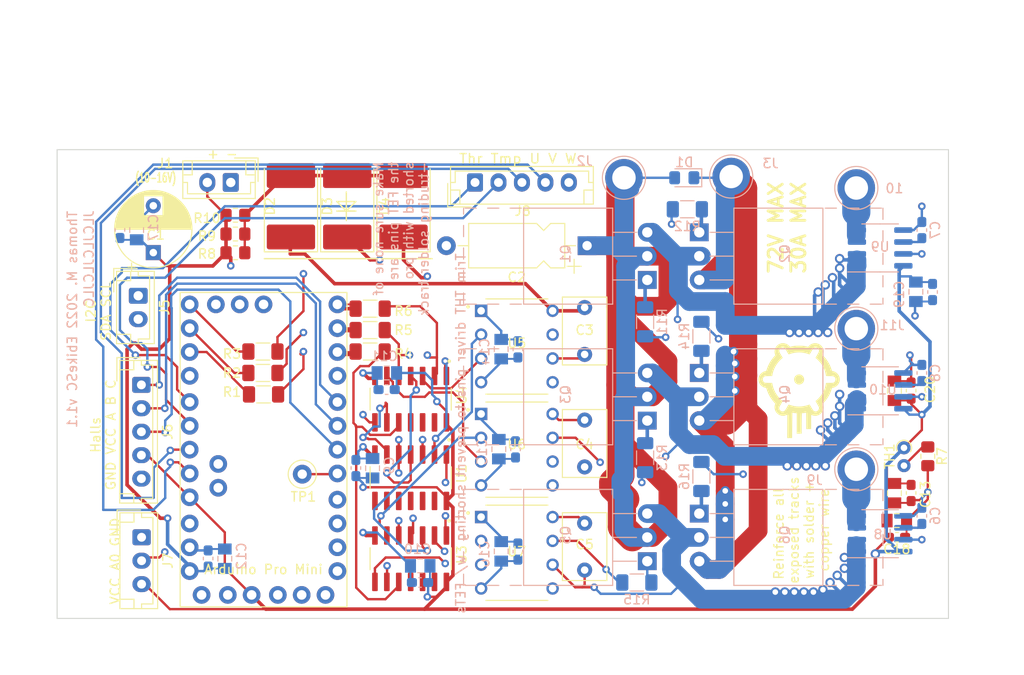
<source format=kicad_pcb>
(kicad_pcb (version 20211014) (generator pcbnew)
  (layers (0 "F.Cu" signal) (1 "In1.Cu" signal) (2 "In2.Cu" signal) (31 "B.Cu" signal) (34 "B.Paste" user) (35 "F.Paste" user) (36 "B.SilkS" user "B.Silkscreen") (37 "F.SilkS" user "F.Silkscreen") (38 "B.Mask" user) (39 "F.Mask" user) (44 "Edge.Cuts" user))
  (net 0 "")
  (net 1 "UBS")
  (net 2 "VBS")
  (net 3 "WBS")
  (net 4 "Net-(D2-Pad2)")
  (net 5 "GND")
  (net 6 "RAW")
  (net 7 "VBATT")
  (net 8 "VCC")
  (net 9 "Net-(Q1-Pad1)")
  (net 10 "Net-(Q2-Pad1)")
  (net 11 "Net-(Q3-Pad1)")
  (net 12 "Net-(Q4-Pad1)")
  (net 13 "Net-(Q5-Pad1)")
  (net 14 "Net-(Q6-Pad1)")
  (net 15 "Upwm")
  (net 16 "Net-(R1-Pad2)")
  (net 17 "Vpwm")
  (net 18 "Net-(R2-Pad2)")
  (net 19 "Wpwm")
  (net 20 "Net-(R3-Pad2)")
  (net 21 "Net-(R4-Pad1)")
  (net 22 "Uen")
  (net 23 "Net-(R5-Pad1)")
  (net 24 "Ven")
  (net 25 "Net-(R6-Pad1)")
  (net 26 "Wen")
  (net 27 "Net-(R11-Pad1)")
  (net 28 "Net-(R12-Pad1)")
  (net 29 "Net-(R13-Pad1)")
  (net 30 "Net-(U1-Pad2)")
  (net 31 "Net-(U1-Pad4)")
  (net 32 "Net-(U1-Pad6)")
  (net 39 "UH")
  (net 40 "VH")
  (net 41 "WH")
  (net 45 "UL")
  (net 46 "VL")
  (net 47 "WL")
  (net 51 "Net-(R14-Pad1)")
  (net 52 "Net-(R15-Pad1)")
  (net 53 "A0")
  (net 65 "Net-(C3-Pad2)")
  (net 66 "Net-(C4-Pad2)")
  (net 67 "Net-(C5-Pad2)")
  (net 68 "Net-(C6-Pad1)")
  (net 69 "Net-(C7-Pad1)")
  (net 70 "Net-(C8-Pad1)")
  (net 71 "Net-(J5-Pad1)")
  (net 72 "Net-(J5-Pad2)")
  (net 73 "hallC")
  (net 74 "hallB")
  (net 75 "hallA")
  (net 76 "Net-(J9-Pad1)")
  (net 77 "Net-(J10-Pad1)")
  (net 78 "Tsense")
  (net 79 "Net-(R16-Pad1)")
  (net 80 "Net-(TP1-Pad1)")
  (net 81 "UIsense")
  (net 82 "VIsense")
  (net 83 "WIsense")
  (net 84 "Net-(J11-Pad1)")
  (footprint "Capacitor_THT:C_Rect_L7.0mm_W4.5mm_P5.00mm" (layer "F.Cu") (at 141.224 99.842 -90)
    (fp_text reference "C5")
    (fp_text value "390n")
  )
  (footprint "libraries i added:SOIC127P600X175-14N" (layer "F.Cu") (at 122.682 94.996 -90)
    (fp_text reference "U1")
    (fp_text value "CD4069UBM")
  )
  (footprint "Diode_SMD:D_3220_8050Metric_Pad2.65x5.15mm_HandSolder" (layer "F.Cu") (at 109.92 66.04 90)
    (fp_text reference "D2")
    (fp_text value "RS1M")
  )
  (footprint "Connector_JST:JST_EH_B2B-EH-A_1x02_P2.50mm_Vertical" (layer "F.Cu") (at 93.645 75.585 -90)
    (fp_text reference "J5")
    (fp_text value "I2c")
  )
  (footprint "Capacitor_SMD:Dual Capacitor SMD 0603 and 0805_HandSolder" (layer "F.Cu") (at 176.276 85.6985 90)
    (fp_text reference "C20")
    (fp_text value "100n+1u")
  )
  (footprint "libraries i added:DIP762W52P254L1016H469Q8" (layer "F.Cu") (at 134 81)
    (fp_text reference "U5")
    (fp_text value "FAN7382")
  )
  (footprint "Connector_JST:JST_EH_B3B-EH-A_1x03_P2.50mm_Vertical" (layer "F.Cu") (at 94 101.346 -90)
    (fp_text reference "J7")
    (fp_text value "ThrottleIn")
  )
  (footprint "Connector_JST:JST_EH_B5B-EH-A_1x05_P2.50mm_Vertical" (layer "F.Cu") (at 93.98 85.09 -90)
    (fp_text reference "J6")
    (fp_text value "Conn_01x05_Female")
  )
  (footprint "SOLDER MASK esc:back" (layer "F.Cu") (at 157.535984 85)
    (fp_text reference "G***" hide)
    (fp_text value "LOGO" hide)
  )
  (footprint "libraries i added:ARDUINO_PRO_MINI_ALIEXPRESS" (layer "F.Cu") (at 107 92 180)
    (fp_text reference "U2" hide)
    (fp_text value "ARDUINO_PRO_MINI" hide)
  )
  (footprint "Capacitor_THT:C_Rect_L7.0mm_W4.5mm_P5.00mm" (layer "F.Cu") (at 141.224 76.842 -90)
    (fp_text reference "C3")
    (fp_text value "390n")
  )
  (footprint "Capacitor_SMD:Dual Capacitor SMD 0603 and 0805_HandSolder" (layer "F.Cu") (at 174.5195 101.598)
    (fp_text reference "C18")
    (fp_text value "100n+1u")
  )
  (footprint "libraries i added:SOIC127P600X175-14N" (layer "F.Cu") (at 122.682 86.614 -90)
    (fp_text reference "U4")
    (fp_text value "74HCT08D")
  )
  (footprint "MountingHole:MountingHole_3.2mm_M3" (layer "F.Cu") (at 88.5 106.5)
    (fp_text reference "REF**" hide)
    (fp_text value "MountingHole_3.2mm_M3")
  )
  (footprint "Capacitor_THT:CP_Axial_L10.0mm_D4.5mm_P15.00mm_Horizontal" (layer "F.Cu") (at 141.485 70.2425 180)
    (fp_text reference "C2")
    (fp_text value "800u")
  )
  (footprint "libraries i added:DIP762W52P254L1016H469Q8" (layer "F.Cu") (at 134 92)
    (fp_text reference "U6")
    (fp_text value "FAN7382")
  )
  (footprint "MountingHole:MountingHole_3.2mm_M3" (layer "F.Cu") (at 176.5 106.5)
    (fp_text reference "REF**" hide)
    (fp_text value "MountingHole_3.2mm_M3")
  )
  (footprint "Diode_SMD:D_3220_8050Metric_Pad2.65x5.15mm_HandSolder" (layer "F.Cu") (at 121.92 66.04 90)
    (fp_text reference "D4")
    (fp_text value "RS1M")
  )
  (footprint "Resistor_SMD:R_0805_2012Metric_Pad1.20x1.40mm_HandSolder" (layer "F.Cu") (at 177.8 92.71 -90)
    (fp_text reference "R7")
    (fp_text value "20k")
  )
  (footprint "Resistor_SMD:R_1206_3216Metric_Pad1.30x1.75mm_HandSolder" (layer "F.Cu") (at 107 86.106 180)
    (fp_text reference "R1")
    (fp_text value "1k")
  )
  (footprint "TestPoint:TestPoint_Loop_D1.80mm_Drill1.0mm_Beaded" (layer "F.Cu") (at 111.125 94.615)
    (fp_text reference "TP1")
    (fp_text value "TestPoint")
  )
  (footprint "Resistor_SMD:R_0805_2012Metric_Pad1.20x1.40mm_HandSolder" (layer "F.Cu") (at 104 71 180)
    (fp_text reference "R8")
    (fp_text value "22")
  )
  (footprint "Resistor_THT:R_Axial_DIN0204_L3.6mm_D1.6mm_P1.90mm_Vertical" (layer "F.Cu") (at 175.26 91.805 -90)
    (fp_text reference "TH1")
    (fp_text value "Thermistor_NTC_20k")
  )
  (footprint "Resistor_SMD:R_0805_2012Metric_Pad1.20x1.40mm_HandSolder" (layer "F.Cu") (at 104 69 180)
    (fp_text reference "R9")
    (fp_text value "22")
  )
  (footprint "MountingHole:MountingHole_3.2mm_M3" (layer "F.Cu") (at 176.5 63.5)
    (fp_text reference "REF**" hide)
    (fp_text value "MountingHole_3.2mm_M3")
  )
  (footprint "Diode_SMD:D_3220_8050Metric_Pad2.65x5.15mm_HandSolder" (layer "F.Cu") (at 115.92 66.04 90)
    (fp_text reference "D3")
    (fp_text value "RS1M")
  )
  (footprint "Capacitor_SMD:Dual Capacitor SMD 0603 and 0805_HandSolder" (layer "F.Cu") (at 176.276 96.6205 90)
    (fp_text reference "C13")
    (fp_text value "100n+1u")
  )
  (footprint "Capacitor_THT:CP_Radial_D8.0mm_P5.00mm" (layer "F.Cu") (at 95.25 70.982651 90)
    (fp_text reference "C1")
    (fp_text value "200u")
  )
  (footprint "Resistor_SMD:R_1206_3216Metric_Pad1.30x1.75mm_HandSolder" (layer "F.Cu") (at 106.934 83.82 180)
    (fp_text reference "R2")
    (fp_text value "1k")
  )
  (footprint "Capacitor_THT:C_Rect_L7.0mm_W4.5mm_P5.00mm" (layer "F.Cu") (at 141.224 88.842 -90)
    (fp_text reference "C4")
    (fp_text value "390n")
  )
  (footprint "Resistor_SMD:R_1206_3216Metric_Pad1.30x1.75mm_HandSolder" (layer "F.Cu") (at 118.364 81.534)
    (fp_text reference "R4")
    (fp_text value "1k")
  )
  (footprint "Resistor_SMD:R_1206_3216Metric_Pad1.30x1.75mm_HandSolder" (layer "F.Cu") (at 106.934 81.534 180)
    (fp_text reference "R3")
    (fp_text value "1k")
  )
  (footprint "Connector_JST:JST_EH_B2B-EH-A_1x02_P2.50mm_Vertical" (layer "F.Cu") (at 103.505 63.5 180)
    (fp_text reference "J1")
    (fp_text value "VIN (10-16V)")
  )
  (footprint "SOLDER MASK esc:front" (layer "F.Cu") (at 151.494859 83.051083)
    (fp_text reference "G***" hide)
    (fp_text value "LOGO" hide)
  )
  (footprint "libraries i added:DIP762W52P254L1016H469Q8" (layer "F.Cu") (at 134 103)
    (fp_text reference "U7")
    (fp_text value "FAN7382")
  )
  (footprint "Resistor_SMD:R_0805_2012Metric_Pad1.20x1.40mm_HandSolder" (layer "F.Cu") (at 104 67 180)
    (fp_text reference "R10")
    (fp_text value "22")
  )
  (footprint "SOLDER MASK esc:icon" (layer "F.Cu") (at 164.084 85.598)
    (fp_text reference "G***" hide)
    (fp_text value "LOGO" hide)
  )
  (footprint "libraries i added:SOIC127P600X175-14N" (layer "F.Cu") (at 122.682 103.632 -90)
    (fp_text reference "U3")
    (fp_text value "74HCT08D")
  )
  (footprint "Resistor_SMD:R_1206_3216Metric_Pad1.30x1.75mm_HandSolder" (layer "F.Cu") (at 118.364 76.962)
    (fp_text reference "R6")
    (fp_text value "1k")
  )
  (footprint "Resistor_SMD:R_1206_3216Metric_Pad1.30x1.75mm_HandSolder" (layer "F.Cu") (at 118.364 79.248)
    (fp_text reference "R5")
    (fp_text value "1k")
  )
  (footprint "MountingHole:MountingHole_3.2mm_M3" (layer "F.Cu") (at 88.392 63.5)
    (fp_text reference "REF**" hide)
    (fp_text value "MountingHole_3.2mm_M3")
  )
  (footprint "Connector_JST:JST_EH_B5B-EH-A_1x05_P2.50mm_Vertical" (layer "F.Cu") (at 129.54 63.5)
    (fp_text reference "J8")
    (fp_text value "Conn_01x05_Female")
  )
  (footprint "Diode_SMD:D_0805_2012Metric_Pad1.15x1.40mm_HandSolder" (layer "B.Cu") (at 151.845 63 180)
    (fp_text reference "D1")
    (fp_text value "D_TVS")
  )
  (footprint "Package_TO_SOT_THT:TO-220-3_Horizontal_TabUp_NoHoleClearance" (layer "B.Cu") (at 147.9 73.9 90)
    (fp_text reference "Q1")
    (fp_text value "IRF540N")
  )
  (footprint "Package_TO_SOT_THT:TO-220-3_Horizontal_TabUp_NoHoleClearance" (layer "B.Cu") (at 147.9 103.9 90)
    (fp_text reference "Q5")
    (fp_text value "IRF540N")
  )
  (footprint "Package_SO:SOIC-8_3.9x4.9mm_P1.27mm" (layer "B.Cu") (at 172.72 70.485)
    (fp_text reference "U9")
    (fp_text value "ACS712xLCTR-30A")
  )
  (footprint "TestPoint:TestPoint_Loop_D3.80mm_Drill2.5mm" (layer "B.Cu") (at 156.845 62.865 180)
    (fp_text reference "J3")
    (fp_text value "-")
  )
  (footprint "Capacitor_SMD:Dual Capacitor SMD 0603 and 0805_HandSolder" (layer "B.Cu") (at 116.588 93.9585 90)
    (fp_text reference "C9")
    (fp_text value "100n+1u")
  )
  (footprint "Capacitor_SMD:Dual Capacitor SMD 0603 and 0805_HandSolder" (layer "B.Cu") (at 91.442 68.5585 90)
    (fp_text reference "C17")
    (fp_text value "100n+1u")
  )
  (footprint "Capacitor_SMD:C_0603_1608Metric_Pad1.08x0.95mm_HandSolder" (layer "B.Cu") (at 177.165 83.82 90)
    (fp_text reference "C8")
    (fp_text value "100n")
  )
  (footprint "Capacitor_SMD:Dual Capacitor SMD 0603 and 0805_HandSolder" (layer "B.Cu") (at 134.11 91.9695 -90)
    (fp_text reference "C15")
    (fp_text value "100n+1u")
  )
  (footprint "Package_TO_SOT_THT:TO-220-3_Horizontal_TabUp_NoHoleClearance" (layer "B.Cu") (at 153.44 98.82 -90)
    (fp_text reference "Q6")
    (fp_text value "IRF540N")
  )
  (footprint "Resistor_SMD:R_1206_3216Metric_Pad1.30x1.75mm_HandSolder" (layer "B.Cu") (at 153.67 94.86 -90)
    (fp_text reference "R16")
    (fp_text value "100")
  )
  (footprint "Resistor_SMD:R_1206_3216Metric_Pad1.30x1.75mm_HandSolder" (layer "B.Cu") (at 152.17 66.36)
    (fp_text reference "R12")
    (fp_text value "100")
  )
  (footprint "Package_TO_SOT_THT:TO-220-3_Horizontal_TabUp_NoHoleClearance" (layer "B.Cu") (at 147.9 88.9 90)
    (fp_text reference "Q3")
    (fp_text value "IRF540N")
  )
  (footprint "TestPoint:TestPoint_Loop_D3.80mm_Drill2.5mm" (layer "B.Cu") (at 170.18 79.09)
    (fp_text reference "J11")
    (fp_text value "V")
  )
  (footprint "Resistor_SMD:R_1206_3216Metric_Pad1.30x1.75mm_HandSolder" (layer "B.Cu") (at 153.67 79.91 -90)
    (fp_text reference "R14")
    (fp_text value "100")
  )
  (footprint "Capacitor_SMD:C_0603_1608Metric_Pad1.08x0.95mm_HandSolder" (layer "B.Cu") (at 177.165 99.06 90)
    (fp_text reference "C6")
    (fp_text value "100n")
  )
  (footprint "Package_SO:SOIC-8_3.9x4.9mm_P1.27mm" (layer "B.Cu") (at 172.72 85.725)
    (fp_text reference "U10")
    (fp_text value "ACS712xLCTR-30A")
  )
  (footprint "Package_TO_SOT_THT:TO-220-3_Horizontal_TabUp_NoHoleClearance" (layer "B.Cu") (at 153.44 68.82 -90)
    (fp_text reference "Q2")
    (fp_text value "IRF540N")
  )
  (footprint "Capacitor_SMD:Dual Capacitor SMD 0603 and 0805_HandSolder" (layer "B.Cu") (at 134.366 102.87 -90)
    (fp_text reference "C16")
    (fp_text value "100n+1u")
  )
  (footprint "Package_SO:SOIC-8_3.9x4.9mm_P1.27mm" (layer "B.Cu") (at 172.72 100.965)
    (fp_text reference "U8")
    (fp_text value "ACS712xLCTR-30A")
  )
  (footprint "Capacitor_SMD:Dual Capacitor SMD 0603 and 0805_HandSolder" (layer "B.Cu") (at 120.1205 85.85 180)
    (fp_text reference "C11")
    (fp_text value "100n+1u")
  )
  (footprint "TestPoint:TestPoint_Loop_D3.80mm_Drill2.5mm" (layer "B.Cu") (at 170.18 64.09)
    (fp_text reference "J10")
    (fp_text value "U")
  )
  (footprint "Resistor_SMD:R_1206_3216Metric_Pad1.30x1.75mm_HandSolder" (layer "B.Cu") (at 147.67 78.36 90)
    (fp_text reference "R11")
    (fp_text value "100")
  )
  (footprint "Resistor_SMD:R_1206_3216Metric_Pad1.30x1.75mm_HandSolder" (layer "B.Cu") (at 146.786 106.172)
    (fp_text reference "R15")
    (fp_text value "100")
  )
  (footprint "Capacitor_SMD:Dual Capacitor SMD 0603 and 0805_HandSolder" (layer "B.Cu") (at 134.364 81.3015 -90)
    (fp_text reference "C14")
    (fp_text value "100n+1u")
  )
  (footprint "TestPoint:TestPoint_Loop_D3.80mm_Drill2.5mm" (layer "B.Cu") (at 145.415 63 180)
    (fp_text reference "J2")
    (fp_text value "+")
  )
  (footprint "TestPoint:TestPoint_Loop_D3.80mm_Drill2.5mm" (layer "B.Cu") (at 170.18 94.09 180)
    (fp_text reference "J9")
    (fp_text value "W")
  )
  (footprint "Package_TO_SOT_THT:TO-220-3_Horizontal_TabUp_NoHoleClearance" (layer "B.Cu") (at 153.44 83.82 -90)
    (fp_text reference "Q4")
    (fp_text value "IRF540N")
  )
  (footprint "Capacitor_SMD:Dual Capacitor SMD 0603 and 0805_HandSolder" (layer "B.Cu") (at 100.84 103.6105 90)
    (fp_text reference "C12")
    (fp_text value "100n+1u")
  )
  (footprint "Capacitor_SMD:C_0603_1608Metric_Pad1.08x0.95mm_HandSolder" (layer "B.Cu") (at 177.165 68.58 90)
    (fp_text reference "C7")
    (fp_text value "100n")
  )
  (footprint "Capacitor_SMD:Dual Capacitor SMD 0603 and 0805_HandSolder" (layer "B.Cu") (at 178.562 75.184 -90)
    (fp_text reference "C19")
    (fp_text value "100n+1u")
  )
  (footprint "Capacitor_SMD:Dual Capacitor SMD 0603 and 0805_HandSolder" (layer "B.Cu") (at 123.6765 106.424 180)
    (fp_text reference "C10")
    (fp_text value "100n+1u")
  )
  (footprint "Resistor_SMD:R_1206_3216Metric_Pad1.30x1.75mm_HandSolder" (layer "B.Cu") (at 147.67 92.86 90)
    (fp_text reference "R13")
    (fp_text value "100")
  )
  (gr_line (start 115.824 66.548) (end 116.84 65.532) (layer "F.SilkS") (width 0.15))
  (gr_line (start 114.808 65.532) (end 115.824 66.548) (layer "F.SilkS") (width 0.15))
  (gr_line (start 116.84 65.532) (end 114.808 65.532) (layer "F.SilkS") (width 0.15))
  (gr_line (start 107.085 71.628) (end 124.968 71.628) (layer "F.SilkS") (width 0.15))
  (gr_line (start 115.824 64.516) (end 115.824 67.564) (layer "F.SilkS") (width 0.15))
  (gr_line (start 114.808 66.548) (end 116.84 66.548) (layer "F.SilkS") (width 0.15))
  (gr_line (start 85 110) (end 180 110) (layer "Edge.Cuts") (width 0.1))
  (gr_line (start 85 60) (end 85 110) (layer "Edge.Cuts") (width 0.1))
  (gr_line (start 180 60) (end 85 60) (layer "Edge.Cuts") (width 0.1))
  (gr_line (start 180 110) (end 180 60) (layer "Edge.Cuts") (width 0.1))
  (gr_text "Thomas M. 2022 EbikeSC v1.1 " (at 86.614 78.486 90) (layer "B.SilkS") (effects (font (size 1 1)) (justify mirror)))
  (gr_text "Trim THT driver pins to prevent shorting  w/ FETs" (at 128.016 90.28 90) (layer "B.SilkS") (effects (font (size 1 1)) (justify mirror)))
  (gr_text "JLCJLCJLCJLC" (at 88.392 71.628 90) (layer "B.SilkS") (effects (font (size 1 1)) (justify mirror)))
  (gr_text "Make sure none of \nthe FET pins are \nshorted with pro \n-truding solder track" (at 121.666 61.214 90) (layer "B.SilkS") (effects (font (size 1 1)) (justify left mirror)))
  (gr_text "VCC A0 GND" (at 91.186 103.886 90) (layer "F.SilkS") (effects (font (size 1 1))))
  (gr_text "(10-16V)" (at 95.504 62.992) (layer "F.SilkS") (effects (font (size 1 0.6))))
  (gr_text "+ -" (at 102.616 60.452) (layer "F.SilkS") (effects (font (size 1 1))))
  (gr_text "I2C\nSDA SCL\n" (at 89.408 77.216 90) (layer "F.SilkS") (effects (font (size 1 1))))
  (gr_text "Thr Tmp U V W" (at 134.112 60.96) (layer "F.SilkS") (effects (font (size 1 1.1))))
  (gr_text "Reinforce all \nexposed tracks\nwith solder +\ncopper wire\n" (at 164.338 100.584 90) (layer "F.SilkS") (effects (font (size 1 1))))
  (gr_text "Halls\nGND VCC A B C" (at 89.916 90.424 90) (layer "F.SilkS") (effects (font (size 1 1))))
  (gr_text "72V MAX\n30A MAX" (at 162.814 68.326 90) (layer "F.SilkS") (effects (font (size 1.5 1.5) (thickness 0.3))))
  (segment (start 109.92 69.315) (end 109.855 69.38) (width 0.381) (layer "F.Cu") (net 1))
  (segment (start 109.855 71.12) (end 111.401501 71.12) (width 0.381) (layer "F.Cu") (net 1))
  (segment (start 134.915 74.295) (end 137.81 77.19) (width 0.381) (layer "F.Cu") (net 1))
  (segment (start 140.876 77.19) (end 141.224 76.842) (width 0.381) (layer "F.Cu") (net 1))
  (segment (start 114.576501 74.295) (end 134.915 74.295) (width 0.381) (layer "F.Cu") (net 1))
  (segment (start 111.401501 71.12) (end 114.576501 74.295) (width 0.381) (layer "F.Cu") (net 1))
  (segment (start 109.855 69.38) (end 109.855 71.12) (width 0.381) (layer "F.Cu") (net 1))
  (segment (start 137.81 77.19) (end 140.876 77.19) (width 0.381) (layer "F.Cu") (net 1))
  (segment (start 118.36 71.755) (end 115.92 69.315) (width 0.381) (layer "F.Cu") (net 2))
  (segment (start 137.81 88.19) (end 138.462 88.842) (width 0.254) (layer "F.Cu") (net 2))
  (segment (start 138.462 88.842) (end 141.224 88.842) (width 0.254) (layer "F.Cu") (net 2))
  (segment (start 119.38 71.755) (end 118.36 71.755) (width 0.381) (layer "F.Cu") (net 2))
  (via (at 119.38 71.755) (size 0.8) (drill 0.4) (layers "F.Cu" "B.Cu") (net 2))
  (segment (start 137.81 99.19) (end 140.572 99.19) (width 0.254) (layer "F.Cu") (net 3))
  (segment (start 124.305 73.66) (end 124.46 73.505) (width 0.381) (layer "F.Cu") (net 3))
  (segment (start 140.572 99.19) (end 141.282 99.9) (width 0.254) (layer "F.Cu") (net 3))
  (segment (start 121.92 69.85) (end 121.92 71.755) (width 0.381) (layer "F.Cu") (net 3))
  (segment (start 121.92 71.755) (end 123.825 73.66) (width 0.381) (layer "F.Cu") (net 3))
  (segment (start 123.825 73.66) (end 124.305 73.66) (width 0.381) (layer "F.Cu") (net 3))
  (segment (start 121.92 69.315) (end 121.92 69.85) (width 0.381) (layer "F.Cu") (net 3))
  (via (at 124.46 73.505) (size 0.8) (drill 0.4) (layers "F.Cu" "B.Cu") (net 3))
  (segment (start 105 69) (end 105 67) (width 0.25) (layer "F.Cu") (net 4))
  (segment (start 115.92 62.765) (end 121.92 62.765) (width 0.381) (layer "F.Cu") (net 4))
  (segment (start 109.92 62.765) (end 115.92 62.765) (width 0.381) (layer "F.Cu") (net 4))
  (segment (start 105 71) (end 105 69) (width 0.25) (layer "F.Cu") (net 4))
  (segment (start 105 67) (end 109.235 62.765) (width 0.381) (layer "F.Cu") (net 4))
  (segment (start 109.235 62.765) (end 109.92 62.765) (width 0.381) (layer "F.Cu") (net 4))
  (segment (start 157.226 84.201) (end 157.353 84.074) (width 0.254) (layer "F.Cu") (net 5))
  (segment (start 118.429 92.521) (end 117.602 91.694) (width 0.381) (layer "F.Cu") (net 5))
  (segment (start 175.5355 99.566) (end 177.8 97.3015) (width 0.254) (layer "F.Cu") (net 5))
  (segment (start 176.9375 97.3825) (end 177.8 96.52) (width 0.254) (layer "F.Cu") (net 5))
  (segment (start 153.44 88.9) (end 156.345 88.9) (width 2) (layer "F.Cu") (net 5))
  (segment (start 177.8 97.3015) (end 177.8 96.52) (width 0.254) (layer "F.Cu") (net 5))
  (segment (start 154.305 104.775) (end 155.575 104.775) (width 2) (layer "F.Cu") (net 5))
  (segment (start 117.921 101.157) (end 117.602 100.838) (width 0.381) (layer "F.Cu") (net 5))
  (segment (start 156.21 104.14) (end 156.21 96.393) (width 2) (layer "F.Cu") (net 5))
  (segment (start 118.872 84.393) (end 118.175 84.393) (width 0.381) (layer "F.Cu") (net 5))
  (segment (start 118.872 101.157) (end 117.921 101.157) (width 0.381) (layer "F.Cu") (net 5))
  (segment (start 153.44 103.9) (end 153.44 103.91) (width 2) (layer "F.Cu") (net 5))
  (segment (start 176.022 82.042) (end 175.895 81.915) (width 0.254) (layer "F.Cu") (net 5))
  (segment (start 156.21 104.14) (end 159.715 100.635) (width 2) (layer "F.Cu") (net 5))
  (segment (start 153.44 103.91) (end 154.305 104.775) (width 2) (layer "F.Cu") (net 5))
  (segment (start 158.115 84.074) (end 158.115 87.13) (width 3) (layer "F.Cu") (net 5))
  (segment (start 159.715 88.73) (end 158.115 87.13) (width 2) (layer "F.Cu") (net 5))
  (segment (start 157.218 87.13) (end 158.115 87.13) (width 0.254) (layer "F.Cu") (net 5))
  (segment (start 159.715 100.635) (end 159.715 88.73) (width 2) (layer "F.Cu") (net 5))
  (segment (start 177.8 93.71) (end 177.8 96.52) (width 0.254) (layer "F.Cu") (net 5))
  (segment (start 158.115 87.13) (end 156.345 88.9) (width 3) (layer "F.Cu") (net 5))
  (segment (start 158.115 64.135) (end 158.115 80.772) (width 3) (layer "F.Cu") (net 5))
  (segment (start 157.226 86.241) (end 158.115 87.13) (width 0.254) (layer "F.Cu") (net 5))
  (segment (start 156.21 91.67) (end 153.44 88.9) (width 2) (layer "F.Cu") (net 5))
  (segment (start 158.115 82.296) (end 158.115 84.074) (width 3) (layer "F.Cu") (net 5))
  (segment (start 157.353 84.074) (end 158.115 84.074) (width 0.254) (layer "F.Cu") (net 5))
  (segment (start 118.872 92.521) (end 118.429 92.521) (width 0.381) (layer "F.Cu") (net 5))
  (segment (start 156.845 71.046595) (end 156.845 62.865) (width 2) (layer "F.Cu") (net 5))
  (segment (start 155.575 104.775) (end 156.21 104.14) (width 2) (layer "F.Cu") (net 5))
  (segment (start 156.845 62.865) (end 158.115 64.135) (width 3) (layer "F.Cu") (net 5))
  (segment (start 158.115 80.772) (end 158.115 82.296) (width 3) (layer "F.Cu") (net 5))
  (segment (start 176.022 84.836) (end 176.022 82.042) (width 0.254) (layer "F.Cu") (net 5))
  (segment (start 153.44 73.9) (end 153.991595 73.9) (width 2) (layer "F.Cu") (net 5))
  (segment (start 176.022 97.3825) (end 176.9375 97.3825) (width 0.254) (layer "F.Cu") (net 5))
  (segment (start 156.21 96.393) (end 156.21 91.67) (width 2) (layer "F.Cu") (net 5))
  (segment (start 118.175 84.393) (end 117.602 83.82) (width 0.381) (layer "F.Cu") (net 5))
  (segment (start 153.991595 73.9) (end 156.845 71.046595) (width 2) (layer "F.Cu") (net 5))
  (segment (start 157.226 85.725) (end 157.226 86.241) (width 0.254) (layer "F.Cu") (net 5))
  (via (at 117.602 100.838) (size 0.8) (drill 0.4) (layers "F.Cu" "B.Cu") (net 5))
  (via (at 177.165 66.04) (size 0.8) (drill 0.4) (layers "F.Cu" "B.Cu") (net 5))
  (via (at 157.226 84.201) (size 1) (drill 0.6) (layers "F.Cu" "B.Cu") (net 5))
  (via (at 156.21 97.79) (size 1) (drill 0.6) (layers "F.Cu" "B.Cu") (net 5))
  (via (at 117.602 83.82) (size 0.8) (drill 0.4) (layers "F.Cu" "B.Cu") (net 5))
  (via (at 177.8 96.52) (size 0.8) (drill 0.4) (layers "F.Cu" "B.Cu") (net 5))
  (via (at 157.226 82.804) (size 1) (drill 0.6) (layers "F.Cu" "B.Cu") (net 5))
  (via (at 117.602 91.694) (size 0.8) (drill 0.4) (layers "F.Cu" "B.Cu") (net 5))
  (via (at 157.099 81.534) (size 1) (drill 0.6) (layers "F.Cu" "B.Cu") (net 5))
  (via (at 156.21 96.393) (size 1) (drill 0.6) (layers "F.Cu" "B.Cu") (net 5))
  (via (at 157.226 85.725) (size 1) (drill 0.6) (layers "F.Cu" "B.Cu") (net 5))
  (via (at 156.21 99.441) (size 1) (drill 0.6) (layers "F.Cu" "B.Cu") (net 5))
  (via (at 176.4385 77.724) (size 0.8) (drill 0.4) (layers "F.Cu" "B.Cu") (net 5))
  (via (at 175.895 81.915) (size 0.8) (drill 0.4) (layers "F.Cu" "B.Cu") (net 5))
  (segment (start 119.1065 100.838) (end 117.602 100.838) (width 0.254) (layer "B.Cu") (net 5))
  (segment (start 156.24973 86.70127) (end 157.226 85.725) (width 0.254) (layer "B.Cu") (net 5))
  (segment (start 176.0575 82.9575) (end 175.195 83.82) (width 0.254) (layer "B.Cu") (net 5))
  (segment (start 177.165 98.1975) (end 177.165 97.155) (width 0.254) (layer "B.Cu") (net 5))
  (segment (start 122.6605 104.392) (end 119.1065 100.838) (width 0.254) (layer "B.Cu") (net 5))
  (segment (start 156.972 84.455) (end 157.226 84.201) (width 0.254) (layer "B.Cu") (net 5))
  (segment (start 177.165 82.9575) (end 176.0575 82.9575) (width 0.254) (layer "B.Cu") (net 5))
  (segment (start 156.21 86.70127) (end 156.29727 86.70127) (width 0.254) (layer "B.Cu") (net 5))
  (segment (start 156.21 86.70127) (end 156.24973 86.70127) (width 0.254) (layer "B.Cu") (net 5))
  (segment (start 175.195 68.58) (end 176.3025 68.58) (width 0.254) (layer "B.Cu") (net 5))
  (segment (start 156.21 84.455) (end 156.972 84.455) (width 0.254) (layer "B.Cu") (net 5))
  (segment (start 156.21 63.635) (end 156.845 63) (width 2) (layer "B.Cu") (net 5))
  (segment (start 176.4385 76.2915) (end 176.53 76.2) (width 0.254) (layer "B.Cu") (net 5))
  (segment (start 156.21 73.765) (end 156.21 63.635) (width 2) (layer "B.Cu") (net 5))
  (segment (start 156.21 104.14) (end 155.575 104.775) (width 2) (layer "B.Cu") (net 5))
  (segment (start 117.604 83.818) (end 117.602 83.82) (width 0.254) (layer "B.Cu") (net 5))
  (segment (start 155.575 104.775) (end 154.305 104.775) (width 2) (layer "B.Cu") (net 5))
  (segment (start 117.096 92.2) (end 117.602 91.694) (width 0.254) (layer "B.Cu") (net 5))
  (segment (start 156.21 86.70127) (end 156.21 84.455) (width 2) (layer "B.Cu") (net 5))
  (segment (start 93.690151 67.5425) (end 95.25 65.982651) (width 0.254) (layer "B.Cu") (net 5))
  (segment (start 177.165 67.7175) (end 177.165 66.04) (width 0.254) (layer "B.Cu") (net 5))
  (segment (start 132.332 82.668) (end 130.19 84.81) (width 0.254) (layer "B.Cu") (net 5))
  (segment (start 156.21 99.441) (end 156.21 97.79) (width 2) (layer "B.Cu") (net 5))
  (segment (start 132.334 104.666) (end 130.19 106.81) (width 0.254) (layer "B.Cu") (net 5))
  (segment (start 132.332 92.9855) (end 132.332 93.668) (width 0.254) (layer "B.Cu") (net 5))
  (segment (start 156.21 99.441) (end 156.21 104.14) (width 2) (layer "B.Cu") (net 5))
  (segment (start 152.87 63) (end 156.845 63) (width 0.254) (layer "B.Cu") (net 5))
  (segment (start 153.44 73.9) (end 156.075 73.9) (width 2) (layer "B.Cu") (net 5))
  (segment (start 132.332 82.3175) (end 132.332 82.668) (width 0.254) (layer "B.Cu") (net 5))
  (segment (start 176.3025 82.9575) (end 175.895 82.55) (width 0.254) (layer "B.Cu") (net 5))
  (segment (start 153.44 103.91) (end 153.44 103.9) (width 2) (layer "B.Cu") (net 5))
  (segment (start 93.474 67.5425) (end 93.690151 67.5425) (width 0.254) (layer "B.Cu") (net 5))
  (segment (start 177.165 82.9575) (end 176.3025 82.9575) (width 0.254) (layer "B.Cu") (net 5))
  (segment (start 176.3025 99.06) (end 177.165 98.1975) (width 0.254) (layer "B.Cu") (net 5))
  (segment (start 156.21 83.058) (end 156.972 83.058) (width 0.254) (layer "B.Cu") (net 5))
  (segment (start 176.4385 77.724) (end 176.4385 76.2915) (width 0.254) (layer "B.Cu") (net 5))
  (segment (start 175.195 99.06) (end 176.3025 99.06) (width 0.254) (layer "B.Cu") (net 5))
  (segment (start 177.165 97.155) (end 177.8 96.52) (width 0.254) (layer "B.Cu") (net 5))
  (segment (start 156.21 84.455) (end 156.21 83.058) (width 2) (layer "B.Cu") (net 5))
  (segment (start 156.21 97.79) (end 156.21 97.155) (width 2) (layer "B.Cu") (net 5))
  (segment (start 156.075 73.9) (end 156.21 73.765) (width 2) (layer "B.Cu") (net 5))
  (segment (start 153.44 88.9) (end 154.01127 88.9) (width 2) (layer "B.Cu") (net 5))
  (segment (start 101.094 102.748) (end 99.46 102.748) (width 0.254) (layer "B.Cu") (net 5))
  (segment (start 132.332 93.668) (end 130.19 95.81) (width 0.254) (layer "B.Cu") (net 5))
  (segment (start 156.718 81.915) (end 157.099 81.534) (width 0.254) (layer "B.Cu") (net 5))
  (segment (start 156.972 83.058) (end 157.226 82.804) (width 0.254) (layer "B.Cu") (net 5))
  (segment (start 176.3025 68.58) (end 177.165 67.7175) (width 0.254) (layer "B.Cu") (net 5))
  (segment (start 156.21 81.915) (end 156.718 81.915) (width 0.254) (layer "B.Cu") (net 5))
  (segment (start 119.1045 83.818) (end 117.604 83.818) (width 0.254) (layer "B.Cu") (net 5))
  (segment (start 132.334 103.886) (end 132.334 104.666) (width 0.254) (layer "B.Cu") (net 5))
  (segment (start 154.01127 88.9) (end 156.21 86.70127) (width 2) (layer "B.Cu") (net 5))
  (segment (start 117.096 93.35) (end 117.096 92.2) (width 0.254) (layer "B.Cu") (net 5))
  (segment (start 156.21 83.058) (end 156.21 81.915) (width 2) (layer "B.Cu") (net 5))
  (segment (start 175.895 82.55) (end 175.895 81.915) (width 0.254) (layer "B.Cu") (net 5))
  (segment (start 154.305 104.775) (end 153.44 103.91) (width 2) (layer "B.Cu") (net 5))
  (segment (start 99.46 102.748) (end 99.126 102.414) (width 0.254) (layer "B.Cu") (net 5))
  (segment (start 103 69) (end 103 71) (width 0.381) (layer "F.Cu") (net 6))
  (segment (start 95.885 81.28) (end 93.98 81.28) (width 0.381) (layer "F.Cu") (net 6))
  (segment (start 93.98 81.28) (end 93.345 80.645) (width 0.381) (layer "F.Cu") (net 6))
  (segment (start 101.597349 72.402651) (end 97.802651 72.402651) (width 0.381) (layer "F.Cu") (net 6))
  (segment (start 103 71) (end 101.597349 72.402651) (width 0.381) (layer "F.Cu") (net 6))
  (segment (start 97.802651 72.402651) (end 97.777349 72.402651) (width 0.254) (layer "F.Cu") (net 6))
  (segment (start 93.099196 80.645) (end 92.456 81.288196) (width 0.381) (layer "F.Cu") (net 6))
  (segment (start 96.012 99.314) (end 96.774 99.314) (width 0.381) (layer "F.Cu") (net 6))
  (segment (start 97 72.402651) (end 97 80.165) (width 0.381) (layer "F.Cu") (net 6))
  (segment (start 103 67) (end 103 69) (width 0.381) (layer "F.Cu") (net 6))
  (segment (start 97 80.165) (end 95.885 81.28) (width 0.381) (layer "F.Cu") (net 6))
  (segment (start 97 72.402651) (end 96.67 72.402651) (width 0.254) (layer "F.Cu") (net 6))
  (segment (start 103 67) (end 103 66.926) (width 0.381) (layer "F.Cu") (net 6))
  (segment (start 93.345 80.645) (end 93.099196 80.645) (width 0.381) (layer "F.Cu") (net 6))
  (segment (start 92.456 95.758) (end 96.012 99.314) (width 0.381) (layer "F.Cu") (net 6))
  (segment (start 103 71) (end 102.744196 71) (width 0.381) (layer "F.Cu") (net 6))
  (segment (start 92.456 81.288196) (end 92.456 95.758) (width 0.381) (layer "F.Cu") (net 6))
  (segment (start 103.505 71.505) (end 103 71) (width 0.381) (layer "F.Cu") (net 6))
  (segment (start 101.005 63.5) (end 101.005 65.005) (width 0.254) (layer "F.Cu") (net 6))
  (segment (start 96.67 72.402651) (end 95.25 70.982651) (width 0.254) (layer "F.Cu") (net 6))
  (segment (start 97.777349 72.402651) (end 97 72.402651) (width 0.381) (layer "F.Cu") (net 6))
  (segment (start 103.505 72.39) (end 103.505 71.505) (width 0.381) (layer "F.Cu") (net 6))
  (segment (start 101.005 65.005) (end 103 67) (width 0.254) (layer "F.Cu") (net 6))
  (via (at 103.505 72.39) (size 0.8) (drill 0.4) (layers "F.Cu" "B.Cu") (net 6))
  (via (at 96.774 99.314) (size 0.8) (drill 0.4) (layers "F.Cu" "B.Cu") (net 6))
  (segment (start 93.884849 69.6175) (end 95.25 70.982651) (width 0.254) (layer "B.Cu") (net 6))
  (segment (start 132.332 79.332) (end 130.19 77.19) (width 0.254) (layer "B.Cu") (net 6))
  (segment (start 132.334 101.334) (end 130.19 99.19) (width 0.254) (layer "B.Cu") (net 6))
  (segment (start 99.126 104.954) (end 100.613 104.954) (width 0.254) (layer "B.Cu") (net 6))
  (segment (start 132.334 101.811) (end 132.334 101.334) (width 0.254) (layer "B.Cu") (net 6))
  (segment (start 100.613 104.954) (end 101.094 104.473) (width 0.254) (layer "B.Cu") (net 6))
  (segment (start 96.774 102.094) (end 99.38 104.7) (width 0.381) (layer "B.Cu") (net 6))
  (segment (start 130.19 88.7685) (end 130.19 88.19) (width 0.254) (layer "B.Cu") (net 6))
  (segment (start 132.332 80.2425) (end 132.332 79.332) (width 0.254) (layer "B.Cu") (net 6))
  (segment (start 93.474 69.6175) (end 93.884849 69.6175) (width 0.254) (layer "B.Cu") (net 6))
  (segment (start 96.774 99.314) (end 96.774 102.094) (width 0.381) (layer "B.Cu") (net 6))
  (segment (start 132.332 90.9105) (end 130.19 88.7685) (width 0.254) (layer "B.Cu") (net 6))
  (segment (start 150.1 95.998) (end 145.034 90.932) (width 2) (layer "F.Cu") (net 7))
  (segment (start 145.542 97.282) (end 144.272 96.012) (width 3) (layer "F.Cu") (net 7))
  (segment (start 145.034 63.381) (end 145.415 63) (width 3) (layer "F.Cu") (net 7))
  (segment (start 149.4445 76.708) (end 146.3555 76.708) (width 2) (layer "F.Cu") (net 7))
  (segment (start 145.2 100.242) (end 145.2 97.624) (width 3) (layer "F.Cu") (net 7))
  (segment (start 150.1 76.0525) (end 149.4445 76.708) (width 2) (layer "F.Cu") (net 7))
  (segment (start 145.2 97.624) (end 145.542 97.282) (width 3) (layer "F.Cu") (net 7))
  (segment (start 144.272 95.504) (end 145.034 94.742) (width 3) (layer "F.Cu") (net 7))
  (segment (start 147.9 71.36) (end 145.048 71.36) (width 2) (layer "F.Cu") (net 7))
  (segment (start 149.7125 71.36) (end 150.1 71.7475) (width 2) (layer "F.Cu") (net 7))
  (segment (start 141.485 70.2425) (end 143.9025 70.2425) (width 2) (layer "F.Cu") (net 7))
  (segment (start 150.1 84.711595) (end 150.1 82.536) (width 2) (layer "F.Cu") (net 7))
  (segment (start 145.034 85.09) (end 145.034 76.708) (width 3) (layer "F.Cu") (net 7))
  (segment (start 147.9 101.36) (end 148.451595 101.36) (width 2) (layer "F.Cu") (net 7))
  (segment (start 146.318 101.36) (end 146.304 101.346) (width 2) (layer "F.Cu") (net 7))
  (segment (start 150.1 99.711595) (end 150.1 95.998) (width 2) (layer "F.Cu") (net 7))
  (segment (start 145.034 77.47) (end 145.034 76.708) (width 2) (layer "F.Cu") (net 7))
  (segment (start 145.034 71.374) (end 145.034 63.381) (width 3) (layer "F.Cu") (net 7))
  (segment (start 147.9 71.36) (end 149.7125 71.36) (width 2) (layer "F.Cu") (net 7))
  (segment (start 145.034 75.3865) (end 145.034 74.168) (width 2) (layer "F.Cu") (net 7))
  (segment (start 146.304 86.36) (end 145.034 85.09) (width 2) (layer "F.Cu") (net 7))
  (segment (start 146.3555 76.708) (end 145.034 75.3865) (width 2) (layer "F.Cu") (net 7))
  (segment (start 147.9 86.36) (end 148.451595 86.36) (width 2) (layer "F.Cu") (net 7))
  (segment (start 150.1 71.7475) (end 150.1 76.0525) (width 2) (layer "F.Cu") (net 7))
  (segment (start 144.272 96.012) (end 144.272 95.504) (width 3) (layer "F.Cu") (net 7))
  (segment (start 150.1 82.536) (end 145.034 77.47) (width 2) (layer "F.Cu") (net 7))
  (segment (start 147.9 101.36) (end 146.318 101.36) (width 2) (layer "F.Cu") (net 7))
  (segment (start 148.451595 86.36) (end 150.1 84.711595) (width 2) (layer "F.Cu") (net 7))
  (segment (start 147.9 86.36) (end 146.304 86.36) (width 2) (layer "F.Cu") (net 7))
  (segment (start 145.034 94.742) (end 145.034 85.09) (width 3) (layer "F.Cu") (net 7))
  (segment (start 146.304 101.346) (end 145.2 100.242) (width 3) (layer "F.Cu") (net 7))
  (segment (start 145.048 71.36) (end 145.034 71.374) (width 2) (layer "F.Cu") (net 7))
  (segment (start 148.451595 101.36) (end 150.1 99.711595) (width 2) (layer "F.Cu") (net 7))
  (segment (start 145.034 76.708) (end 145.034 71.374) (width 3) (layer "F.Cu") (net 7))
  (segment (start 143.9025 70.2425) (end 145.034 71.374) (width 2) (layer "F.Cu") (net 7))
  (segment (start 146.845 63) (end 146.845 63.34) (width 0.254) (layer "B.Cu") (net 7))
  (segment (start 145.085 95.222258) (end 145.415 94.892258) (width 2) (layer "B.Cu") (net 7))
  (segment (start 145.085 96.547742) (end 145.085 95.222258) (width 2) (layer "B.Cu") (net 7))
  (segment (start 145.67 86.36) (end 147.880325 86.36) (width 2) (layer "B.Cu") (net 7))
  (segment (start 146.05 64.135) (end 145.415 64.77) (width 2) (layer "B.Cu") (net 7))
  (segment (start 145.595 72.435) (end 146.67 71.36) (width 2) (layer "B.Cu") (net 7))
  (segment (start 145.415 96.877742) (end 145.085 96.547742) (width 2) (layer "B.Cu") (net 7))
  (segment (start 145.415 100.605) (end 145.415 96.877742) (width 2) (layer "B.Cu") (net 7))
  (segment (start 145.415 64.77) (end 145.415 71.12) (width 2) (layer "B.Cu") (net 7))
  (segment (start 146.17 101.36) (end 145.415 100.605) (width 2) (layer "B.Cu") (net 7))
  (segment (start 147.880325 71.36) (end 147.890163 71.369838) (width 2) (layer "B.Cu") (net 7))
  (segment (start 147.880325 86.36) (end 147.890163 86.369838) (width 2) (layer "B.Cu") (net 7))
  (segment (start 144.5375 70.2425) (end 145.415 71.12) (width 2) (layer "B.Cu") (net 7))
  (segment (start 147.9 101.36) (end 146.17 101.36) (width 2) (layer "B.Cu") (net 7))
  (segment (start 146.845 63.34) (end 146.05 64.135) (width 0.254) (layer "B.Cu") (net 7))
  (segment (start 145.67 86.36) (end 145.595 86.285) (width 2) (layer "B.Cu") (net 7))
  (segment (start 145.415 94.892258) (end 145.415 86.615) (width 2) (layer "B.Cu") (net 7))
  (segment (start 141.485 70.2425) (end 144.5375 70.2425) (width 2) (layer "B.Cu") (net 7))
  (segment (start 145.415 86.615) (end 145.67 86.36) (width 2) (layer "B.Cu") (net 7))
  (segment (start 145.595 86.285) (end 145.595 72.435) (width 2) (layer "B.Cu") (net 7))
  (segment (start 146.67 71.36) (end 147.880325 71.36) (width 2) (layer "B.Cu") (net 7))
  (segment (start 146.845 63) (end 150.82 63) (width 0.254) (layer "B.Cu") (net 7))
  (segment (start 172.212 106.553) (end 169.754167 109.010833) (width 0.381) (layer "F.Cu") (net 8))
  (segment (start 126.492 106.68) (end 126.492 106.107) (width 0.381) (layer "F.Cu") (net 8))
  (segment (start 173.439 95.8155) (end 173.439 93.626) (width 0.254) (layer "F.Cu") (net 8))
  (segment (start 177.165 89.9) (end 177.165 88.265) (width 0.254) (layer "F.Cu") (net 8))
  (segment (start 105.73 107.494) (end 107.246833 109.010833) (width 0.381) (layer "F.Cu") (net 8))
  (segment (start 125.476 107.696) (end 124.46 107.696) (width 0.254) (layer "F.Cu") (net 8))
  (segment (start 172.212 102.789) (end 173.657 101.344) (width 0.254) (layer "F.Cu") (net 8))
  (segment (start 97.010833 109.010833) (end 107.246833 109.010833) (width 0.254) (layer "F.Cu") (net 8))
  (segment (start 172.212 103.124) (end 172.212 106.553) (width 0.381) (layer "F.Cu") (net 8))
  (segment (start 124.161167 109.010833) (end 125.476 107.696) (width 0.381) (layer "F.Cu") (net 8))
  (segment (start 173.439 95.8155) (end 173.482 95.8585) (width 0.254) (layer "F.Cu") (net 8))
  (segment (start 125.457727 96.012) (end 117.856 96.012) (width 0.254) (layer "F.Cu") (net 8))
  (segment (start 126.492 97.471) (end 127.1825 96.7805) (width 0.381) (layer "F.Cu") (net 8))
  (segment (start 126.492 97.046273) (end 125.457727 96.012) (width 0.254) (layer "F.Cu") (net 8))
  (segment (start 125.476 107.696) (end 126.492 106.68) (width 0.381) (layer "F.Cu") (net 8))
  (segment (start 102.87 100.824) (end 102.87 104.634) (width 0.254) (layer "F.Cu") (net 8))
  (segment (start 125.476 86.868) (end 126.492 87.884) (width 0.254) (layer "F.Cu") (net 8))
  (segment (start 175.26 91.805) (end 177.165 89.9) (width 0.254) (layer "F.Cu") (net 8))
  (segment (start 127.1825 105.4165) (end 127.1825 98.1615) (width 0.381) (layer "F.Cu") (net 8))
  (segment (start 127.1825 96.7805) (end 127.1825 90.0335) (width 0.381) (layer "F.Cu") (net 8))
  (segment (start 126.492 97.471) (end 126.492 97.046273) (width 0.254) (layer "F.Cu") (net 8))
  (segment (start 107.246833 109.010833) (end 124.161167 109.010833) (width 0.381) (layer "F.Cu") (net 8))
  (segment (start 94.636 92.59) (end 99.126 97.08) (width 0.254) (layer "F.Cu") (net 8))
  (segment (start 127.1825 98.1615) (end 126.492 97.471) (width 0.381) (layer "F.Cu") (net 8))
  (segment (start 172.212 103.124) (end 172.212 102.789) (width 0.254) (layer "F.Cu") (net 8))
  (segment (start 176.022 86.561) (end 176.022 87.122) (width 0.254) (layer "F.Cu") (net 8))
  (segment (start 169.754167 109.010833) (end 124.161167 109.010833) (width 0.381) (layer "F.Cu") (net 8))
  (segment (start 117.856 96.012) (end 117.602 96.012) (width 0.254) (layer "F.Cu") (net 8))
  (segment (start 173.439 93.626) (end 175.26 91.805) (width 0.254) (layer "F.Cu") (net 8))
  (segment (start 99.126 97.08) (end 102.87 100.824) (width 0.254) (layer "F.Cu") (net 8))
  (segment (start 93.98 92.59) (end 94.636 92.59) (width 0.254) (layer "F.Cu") (net 8))
  (segment (start 94 106) (end 97.010833 109.010833) (width 0.254) (layer "F.Cu") (net 8))
  (segment (start 102.87 104.634) (end 105.73 107.494) (width 0.254) (layer "F.Cu") (net 8))
  (segment (start 126.492 87.884) (end 126.492 89.089) (width 0.254) (layer "F.Cu") (net 8))
  (segment (start 176.022 87.122) (end 177.165 88.265) (width 0.254) (layer "F.Cu") (net 8))
  (segment (start 127.1825 90.0335) (end 126.492 89.343) (width 0.381) (layer "F.Cu") (net 8))
  (segment (start 124.206 107.696) (end 124.46 107.696) (width 0.254) (layer "F.Cu") (net 8))
  (segment (start 126.492 106.107) (end 127.1825 105.4165) (width 0.381) (layer "F.Cu") (net 8))
  (via (at 177.165 88.265) (size 0.8) (drill 0.4) (layers "F.Cu" "B.Cu") (net 8))
  (via (at 125.476 86.868) (size 0.8) (drill 0.4) (layers "F.Cu" "B.Cu") (net 8))
  (via (at 172.212 103.124) (size 1) (drill 0.6) (layers "F.Cu" "B.Cu") (net 8))
  (via (at 124.46 107.696) (size 0.8) (drill 0.4) (layers "F.Cu" "B.Cu") (net 8))
  (via (at 117.602 96.012) (size 0.8) (drill 0.4) (layers "F.Cu" "B.Cu") (net 8))
  (segment (start 124.539 107.617) (end 124.46 107.696) (width 0.254) (layer "B.Cu") (net 8))
  (segment (start 172.466 102.87) (end 175.195 102.87) (width 0.381) (layer "B.Cu") (net 8))
  (segment (start 174.8625 73.5165) (end 176.022 73.5165) (width 0.254) (layer "B.Cu") (net 8))
  (segment (start 173.355 93.71) (end 175.26 91.805) (width 0.381) (layer "B.Cu") (net 8))
  (segment (start 125.476 86.614) (end 125.476 86.868) (width 0.254) (layer "B.Cu") (net 8))
  (segment (start 174.752 73.406) (end 174.8625 73.5165) (width 0.254) (layer "B.Cu") (net 8))
  (segment (start 173.355 101.499382) (end 173.355 93.71) (width 0.381) (layer "B.Cu") (net 8))
  (segment (start 178.0305 87.3995) (end 177.165 88.265) (width 0.381) (layer "B.Cu") (net 8))
  (segment (start 117.602 96.012) (end 117.602 95.581) (width 0.254) (layer "B.Cu") (net 8))
  (segment (start 177.165 88.265) (end 175.83 88.265) (width 0.254) (layer "B.Cu") (net 8))
  (segment (start 117.602 95.581) (end 117.096 95.075) (width 0.254) (layer "B.Cu") (net 8))
  (segment (start 124.204 83.818) (end 124.968 84.582) (width 0.254) (layer "B.Cu") (net 8))
  (segment (start 174.752 72.833) (end 175.195 72.39) (width 0.381) (layer "B.Cu") (net 8))
  (segment (start 175.83 88.265) (end 175.195 87.63) (width 0.254) (layer "B.Cu") (net 8))
  (segment (start 174.752 77.216) (end 178.0305 80.4945) (width 0.381) (layer "B.Cu") (net 8))
  (segment (start 178.0305 80.4945) (end 178.0305 87.3995) (width 0.381) (layer "B.Cu") (net 8))
  (segment (start 121.1795 83.818) (end 124.204 83.818) (width 0.254) (layer "B.Cu") (net 8))
  (segment (start 174.752 73.152) (end 174.752 72.833) (width 0.381) (layer "B.Cu") (net 8))
  (segment (start 124.968 84.582) (end 124.968 86.106) (width 0.254) (layer "B.Cu") (net 8))
  (segment (start 124.539 106.17) (end 124.539 107.617) (width 0.254) (layer "B.Cu") (net 8))
  (segment (start 174.725618 102.87) (end 173.355 101.499382) (width 0.381) (layer "B.Cu") (net 8))
  (segment (start 174.752 73.406) (end 174.752 77.216) (width 0.381) (layer "B.Cu") (net 8))
  (segment (start 124.968 86.106) (end 125.476 86.614) (width 0.254) (layer "B.Cu") (net 8))
  (segment (start 175.195 102.87) (end 174.725618 102.87) (width 0.381) (layer "B.Cu") (net 8))
  (segment (start 174.752 73.406) (end 174.752 73.152) (width 0.381) (layer "B.Cu") (net 8))
  (segment (start 172.212 103.124) (end 172.466 102.87) (width 0.381) (layer "B.Cu") (net 8))
  (segment (start 147.67 74.13) (end 147.9 73.9) (width 0.381) (layer "B.Cu") (net 9))
  (segment (start 147.67 76.81) (end 147.67 74.13) (width 0.381) (layer "B.Cu") (net 9))
  (segment (start 153.67 66.46) (end 153.67 68.59) (width 0.381) (layer "B.Cu") (net 10))
  (segment (start 153.67 68.59) (end 153.44 68.82) (width 0.381) (layer "B.Cu") (net 10))
  (segment (start 147.9 91.08) (end 147.67 91.31) (width 0.381) (layer "B.Cu") (net 11))
  (segment (start 147.9 88.9) (end 147.9 91.08) (width 0.381) (layer "B.Cu") (net 11))
  (segment (start 153.67 83.59) (end 153.44 83.82) (width 0.381) (layer "B.Cu") (net 12))
  (segment (start 153.67 81.46) (end 153.67 83.59) (width 0.381) (layer "B.Cu") (net 12))
  (segment (start 147.9 103.9) (end 147.9 105.736) (width 0.254) (layer "B.Cu") (net 13))
  (segment (start 147.9 105.736) (end 148.336 106.172) (width 0.254) (layer "B.Cu") (net 13))
  (segment (start 153.67 96.41) (end 153.67 98.59) (width 0.381) (layer "B.Cu") (net 14))
  (segment (start 153.67 98.59) (end 153.44 98.82) (width 0.381) (layer "B.Cu") (net 14))
  (segment (start 108.55 86.106) (end 111.252 83.404) (width 0.254) (layer "F.Cu") (net 15))
  (segment (start 126.3925 99.06) (end 126.3925 101.0575) (width 0.254) (layer "F.Cu") (net 15))
  (segment (start 111.252 83.404) (end 111.252 81.534) (width 0.254) (layer "F.Cu") (net 15))
  (segment (start 126.492 95.6035) (end 126.3925 95.504) (width 0.254) (layer "F.Cu") (net 15))
  (segment (start 126.492 92.521) (end 126.492 95.6035) (width 0.254) (layer "F.Cu") (net 15))
  (segment (start 110.998 81.788) (end 111.252 81.534) (width 0.381) (layer "F.Cu") (net 15))
  (segment (start 126.3925 101.0575) (end 126.492 101.157) (width 0.254) (layer "F.Cu") (net 15))
  (via (at 111.252 81.534) (size 0.8) (drill 0.4) (layers "F.Cu" "B.Cu") (net 15))
  (via (at 126.3925 99.06) (size 0.8) (drill 0.4) (layers "F.Cu" "B.Cu") (net 15))
  (via (at 126.3925 95.504) (size 0.8) (drill 0.4) (layers "F.Cu" "B.Cu") (net 15))
  (segment (start 99.126 81.586) (end 100.93 81.586) (width 0.254) (layer "F.Cu") (net 16))
  (segment (start 104.562201 85.218201) (end 105.45 86.106) (width 0.25) (layer "F.Cu") (net 16))
  (segment (start 100.93 81.586) (end 104.562201 85.218201) (width 0.254) (layer "F.Cu") (net 16))
  (segment (start 109.461 81.293) (end 111.252 79.502) (width 0.254) (layer "F.Cu") (net 17))
  (segment (start 122.936 99.314) (end 122.936 100.903) (width 0.254) (layer "F.Cu") (net 17))
  (segment (start 108.484 83.82) (end 109.461 82.843) (width 0.254) (layer "F.Cu") (net 17))
  (segment (start 123.952 90.932) (end 123.952 92.521) (width 0.254) (layer "F.Cu") (net 17))
  (segment (start 109.461 82.843) (end 109.461 81.293) (width 0.254) (layer "F.Cu") (net 17))
  (segment (start 122.936 100.903) (end 122.682 101.157) (width 0.254) (layer "F.Cu") (net 17))
  (via (at 122.936 99.314) (size 0.8) (drill 0.4) (layers "F.Cu" "B.Cu") (net 17))
  (via (at 111.252 79.502) (size 0.8) (drill 0.4) (layers "F.Cu" "B.Cu") (net 17))
  (via (at 123.952 90.932) (size 0.8) (drill 0.4) (layers "F.Cu" "B.Cu") (net 17))
  (segment (start 105.182 83.618) (end 105.384 83.82) (width 0.25) (layer "F.Cu") (net 18))
  (segment (start 99.126 79.046) (end 103.9 83.82) (width 0.254) (layer "F.Cu") (net 18))
  (segment (start 103.9 83.82) (end 105.384 83.82) (width 0.254) (layer "F.Cu") (net 18))
  (segment (start 121.406286 94.493714) (end 121.406286 92.951441) (width 0.254) (layer "F.Cu") (net 19))
  (segment (start 120.165464 104.381964) (end 120.165464 106.083536) (width 0.254) (layer "F.Cu") (net 19))
  (segment (start 121.412 92.945727) (end 121.412 92.521) (width 0.254) (layer "F.Cu") (net 19))
  (segment (start 121.412 90.932) (end 121.412 92.521) (width 0.254) (layer "F.Cu") (net 19))
  (segment (start 111.252626 77.215374) (end 108.484 79.984) (width 0.254) (layer "F.Cu") (net 19))
  (segment (start 111.252626 73.23725) (end 111.252626 77.215374) (width 0.254) (layer "F.Cu") (net 19))
  (segment (start 121.406286 92.951441) (end 121.412 92.945727) (width 0.254) (layer "F.Cu") (net 19))
  (segment (start 120.165464 106.083536) (end 120.142 106.107) (width 0.254) (layer "F.Cu") (net 19))
  (segment (start 108.484 79.984) (end 108.484 81.534) (width 0.254) (layer "F.Cu") (net 19))
  (via (at 111.252626 73.23725) (size 0.8) (drill 0.4) (layers "F.Cu" "B.Cu") (net 19))
  (via (at 121.406286 94.493714) (size 0.8) (drill 0.4) (layers "F.Cu" "B.Cu") (net 19))
  (via (at 120.165464 104.381964) (size 0.8) (drill 0.4) (layers "F.Cu" "B.Cu") (net 19))
  (via (at 121.412 90.932) (size 0.8) (drill 0.4) (layers "F.Cu" "B.Cu") (net 19))
  (segment (start 99.126 76.506) (end 104.154 81.534) (width 0.254) (layer "F.Cu") (net 20))
  (segment (start 104.154 81.534) (end 105.384 81.534) (width 0.254) (layer "F.Cu") (net 20))
  (segment (start 116.612 81.586) (end 116.814 81.788) (width 0.2) (layer "F.Cu") (net 21))
  (segment (start 114.874 81.586) (end 116.612 81.586) (width 0.2) (layer "F.Cu") (net 21))
  (segment (start 116.762 81.84) (end 116.814 81.788) (width 0.381) (layer "F.Cu") (net 21))
  (segment (start 114.62 81.84) (end 116.762 81.84) (width 0.381) (layer "F.Cu") (net 21))
  (segment (start 116.84 89.5285) (end 116.875 89.5635) (width 0.254) (layer "F.Cu") (net 22))
  (segment (start 119.914 81.788) (end 119.528273 81.788) (width 0.254) (layer "F.Cu") (net 22))
  (segment (start 116.875 89.5635) (end 116.875 106.715) (width 0.254) (layer "F.Cu") (net 22))
  (segment (start 117.510552 89.5635) (end 118.371052 90.424) (width 0.254) (layer "F.Cu") (net 22))
  (segment (start 118.371052 90.424) (end 120.501727 90.424) (width 0.254) (layer "F.Cu") (net 22))
  (segment (start 121.412 106.531727) (end 121.412 106.107) (width 0.254) (layer "F.Cu") (net 22))
  (segment (start 121.412 89.089) (end 121.412 89.513727) (width 0.254) (layer "F.Cu") (net 22))
  (segment (start 118.223273 83.093) (end 117.300866 83.093) (width 0.254) (layer "F.Cu") (net 22))
  (segment (start 119.993727 107.95) (end 121.412 106.531727) (width 0.254) (layer "F.Cu") (net 22))
  (segment (start 119.528273 81.788) (end 118.223273 83.093) (width 0.254) (layer "F.Cu") (net 22))
  (segment (start 116.875 89.5635) (end 117.510552 89.5635) (width 0.254) (layer "F.Cu") (net 22))
  (segment (start 116.875 106.715) (end 118.11 107.95) (width 0.254) (layer "F.Cu") (net 22))
  (segment (start 116.586 89.154) (end 116.84 89.408) (width 0.254) (layer "F.Cu") (net 22))
  (segment (start 117.300866 83.093) (end 116.586 83.807866) (width 0.254) (layer "F.Cu") (net 22))
  (segment (start 116.586 83.807866) (end 116.586 89.154) (width 0.254) (layer "F.Cu") (net 22))
  (segment (start 116.84 89.408) (end 116.84 89.5285) (width 0.254) (layer "F.Cu") (net 22))
  (segment (start 121.412 89.513727) (end 120.501727 90.424) (width 0.254) (layer "F.Cu") (net 22))
  (segment (start 118.11 107.95) (end 119.993727 107.95) (width 0.254) (layer "F.Cu") (net 22))
  (segment (start 114.874 79.046) (end 116.612 79.046) (width 0.2) (layer "F.Cu") (net 23))
  (segment (start 116.762 79.3) (end 116.814 79.248) (width 0.381) (layer "F.Cu") (net 23))
  (segment (start 114.62 79.3) (end 116.762 79.3) (width 0.381) (layer "F.Cu") (net 23))
  (segment (start 116.612 79.046) (end 116.814 79.248) (width 0.2) (layer "F.Cu") (net 23))
  (segment (start 121.412 80.746) (end 121.412 82.042) (width 0.254) (layer "F.Cu") (net 24))
  (segment (start 121.412 82.042) (end 121.539 81.915) (width 0.254) (layer "F.Cu") (net 24))
  (segment (start 121.412 82.042) (end 121.412 84.139) (width 0.254) (layer "F.Cu") (net 24))
  (segment (start 121.412 99.568) (end 121.412 101.157) (width 0.254) (layer "F.Cu") (net 24))
  (segment (start 119.914 79.248) (end 121.412 80.746) (width 0.254) (layer "F.Cu") (net 24))
  (segment (start 121.539 81.915) (end 122.555 81.915) (width 0.254) (layer "F.Cu") (net 24))
  (via (at 121.412 99.568) (size 0.8) (drill 0.4) (layers "F.Cu" "B.Cu") (net 24))
  (via (at 122.555 81.915) (size 0.8) (drill 0.4) (layers "F.Cu" "B.Cu") (net 24))
  (segment (start 114.874 76.506) (end 116.358 76.506) (width 0.2) (layer "F.Cu") (net 25))
  (segment (start 114.822 76.962) (end 114.62 76.76) (width 0.381) (layer "F.Cu") (net 25))
  (segment (start 116.814 76.962) (end 114.822 76.962) (width 0.381) (layer "F.Cu") (net 25))
  (segment (start 116.358 76.506) (end 116.814 76.962) (width 0.2) (layer "F.Cu") (net 25))
  (segment (start 125.476 78.486) (end 125.476 82.169) (width 0.254) (layer "F.Cu") (net 26))
  (segment (start 123.698 76.708) (end 125.476 78.486) (width 0.254) (layer "F.Cu") (net 26))
  (segment (start 126.2925 102.8415) (end 125.222 101.771) (width 0.254) (layer "F.Cu") (net 26))
  (segment (start 125.476 82.169) (end 125.476 83.885) (width 0.254) (layer "F.Cu") (net 26))
  (segment (start 124.714 82.169) (end 124.46 81.915) (width 0.254) (layer "F.Cu") (net 26))
  (segment (start 119.914 76.936) (end 120.142 76.708) (width 0.254) (layer "F.Cu") (net 26))
  (segment (start 125.222 101.771) (end 125.222 101.157) (width 0.254) (layer "F.Cu") (net 26))
  (segment (start 120.142 76.708) (end 123.698 76.708) (width 0.254) (layer "F.Cu") (net 26))
  (segment (start 125.476 83.885) (end 125.222 84.139) (width 0.254) (layer "F.Cu") (net 26))
  (segment (start 125.476 82.169) (end 124.714 82.169) (width 0.254) (layer "F.Cu") (net 26))
  (segment (start 119.914 76.962) (end 119.914 76.936) (width 0.254) (layer "F.Cu") (net 26))
  (via (at 126.2925 102.8415) (size 0.8) (drill 0.4) (layers "F.Cu" "B.Cu") (net 26))
  (via (at 124.46 81.915) (size 0.8) (drill 0.4) (layers "F.Cu" "B.Cu") (net 26))
  (via (at 149.86 80.01) (size 0.8) (drill 0.4) (layers "F.Cu" "B.Cu") (net 27))
  (segment (start 149.86 80.01) (end 147.77 80.01) (width 0.254) (layer "B.Cu") (net 27))
  (segment (start 147.77 80.01) (end 147.67 79.91) (width 0.254) (layer "B.Cu") (net 27))
  (via (at 150.495 67.945) (size 0.8) (drill 0.4) (layers "F.Cu" "B.Cu") (net 28))
  (segment (start 150.495 67.945) (end 150.495 66.485) (width 0.254) (layer "B.Cu") (net 28))
  (segment (start 150.495 66.485) (end 150.62 66.36) (width 0.254) (layer "B.Cu") (net 28))
  (segment (start 140.26 90.73) (end 142.875 93.345) (width 0.254) (layer "F.Cu") (net 29))
  (segment (start 137.81 90.73) (end 140.26 90.73) (width 0.254) (layer "F.Cu") (net 29))
  (via (at 142.875 93.345) (size 0.8) (drill 0.4) (layers "F.Cu" "B.Cu") (net 29))
  (via (at 147.32 95.504) (size 0.8) (drill 0.4) (layers "F.Cu" "B.Cu") (net 29))
  (segment (start 147.32 95.504) (end 147.32 94.76) (width 0.254) (layer "B.Cu") (net 29))
  (segment (start 147.32 94.76) (end 147.67 94.41) (width 0.254) (layer "B.Cu") (net 29))
  (segment (start 125.222 90.920572) (end 125.337572 90.805) (width 0.254) (layer "F.Cu") (net 30))
  (segment (start 126.365 82.55) (end 126.365 84.012) (width 0.254) (layer "F.Cu") (net 30))
  (segment (start 126.365 84.012) (end 126.492 84.139) (width 0.254) (layer "F.Cu") (net 30))
  (segment (start 125.222 92.521) (end 125.222 90.920572) (width 0.254) (layer "F.Cu") (net 30))
  (via (at 125.337572 90.805) (size 0.8) (drill 0.4) (layers "F.Cu" "B.Cu") (net 30))
  (via (at 126.365 82.55) (size 0.8) (drill 0.4) (layers "F.Cu" "B.Cu") (net 30))
  (segment (start 126.492 82.677) (end 126.365 82.55) (width 0.254) (layer "B.Cu") (net 30))
  (segment (start 126.492 89.650572) (end 126.492 82.677) (width 0.254) (layer "B.Cu") (net 30))
  (segment (start 125.337572 90.805) (end 126.492 89.650572) (width 0.254) (layer "B.Cu") (net 30))
  (segment (start 122.428 95.504) (end 120.904 95.504) (width 0.254) (layer "F.Cu") (net 31))
  (segment (start 120.142 94.742) (end 120.142 94.488) (width 0.254) (layer "F.Cu") (net 31))
  (segment (start 123.2815 84.7385) (end 122.682 84.139) (width 0.254) (layer "F.Cu") (net 31))
  (segment (start 123.2815 85.6335) (end 123.2815 84.7385) (width 0.254) (layer "F.Cu") (net 31))
  (segment (start 122.682 95.25) (end 122.428 95.504) (width 0.254) (layer "F.Cu") (net 31))
  (segment (start 122.682 92.521) (end 122.682 95.25) (width 0.254) (layer "F.Cu") (net 31))
  (segment (start 120.904 95.504) (end 120.142 94.742) (width 0.254) (layer "F.Cu") (net 31))
  (via (at 120.142 94.488) (size 0.8) (drill 0.4) (layers "F.Cu" "B.Cu") (net 31))
  (via (at 123.2815 85.6335) (size 0.8) (drill 0.4) (layers "F.Cu" "B.Cu") (net 31))
  (segment (start 120.142 94.488) (end 122.682 91.948) (width 0.254) (layer "B.Cu") (net 31))
  (segment (start 122.682 91.948) (end 122.682 86.233) (width 0.254) (layer "B.Cu") (net 31))
  (segment (start 122.682 86.233) (end 123.2815 85.6335) (width 0.254) (layer "B.Cu") (net 31))
  (segment (start 118.183 90.878) (end 118.11 90.805) (width 0.254) (layer "F.Cu") (net 32))
  (segment (start 120.142 92.521) (end 120.142 92.096273) (width 0.254) (layer "F.Cu") (net 32))
  (segment (start 119.404112 87.867) (end 120.015 87.256112) (width 0.254) (layer "F.Cu") (net 32))
  (segment (start 117.712002 90.805) (end 117.6015 90.694498) (width 0.254) (layer "F.Cu") (net 32))
  (segment (start 120.142 87.122) (end 120.142 89.089) (width 0.254) (layer "F.Cu") (net 32))
  (segment (start 120.015 87.256112) (end 120.015 86.995) (width 0.254) (layer "F.Cu") (net 32))
  (segment (start 120.142 92.096273) (end 118.923727 90.878) (width 0.254) (layer "F.Cu") (net 32))
  (segment (start 119.404112 87.584365) (end 119.404112 87.867) (width 0.254) (layer "F.Cu") (net 32))
  (segment (start 120.015 86.995) (end 120.142 87.122) (width 0.254) (layer "F.Cu") (net 32))
  (segment (start 118.11 90.805) (end 117.712002 90.805) (width 0.254) (layer "F.Cu") (net 32))
  (segment (start 118.923727 90.878) (end 118.183 90.878) (width 0.254) (layer "F.Cu") (net 32))
  (via (at 119.404112 87.584365) (size 0.8) (drill 0.4) (layers "F.Cu" "B.Cu") (net 32))
  (via (at 117.6015 90.694498) (size 0.8) (drill 0.4) (layers "F.Cu" "B.Cu") (net 32))
  (segment (start 117.6015 90.694498) (end 118.760998 89.535) (width 0.254) (layer "B.Cu") (net 32))
  (segment (start 119.38 87.63) (end 119.38 87.608477) (width 0.254) (layer "B.Cu") (net 32))
  (segment (start 118.760998 89.535) (end 119.38 89.535) (width 0.254) (layer "B.Cu") (net 32))
  (segment (start 119.38 87.608477) (end 119.404112 87.584365) (width 0.254) (layer "B.Cu") (net 32))
  (segment (start 119.38 89.535) (end 119.38 87.63) (width 0.254) (layer "B.Cu") (net 32))
  (segment (start 123.952 102.362) (end 124.46 102.87) (width 0.254) (layer "F.Cu") (net 39))
  (segment (start 124.46 102.87) (end 124.46 102.7785) (width 0.254) (layer "F.Cu") (net 39))
  (segment (start 123.952 101.157) (end 123.952 102.362) (width 0.254) (layer "F.Cu") (net 39))
  (via (at 124.46 102.7785) (size 0.8) (drill 0.4) (layers "F.Cu" "B.Cu") (net 39))
  (segment (start 129.204 80.716) (end 130.19 79.73) (width 0.254) (layer "B.Cu") (net 39))
  (segment (start 122.199866 102.7785) (end 118.7825 99.361134) (width 0.254) (layer "B.Cu") (net 39))
  (segment (start 118.7825 99.361134) (end 118.7825 98.3875) (width 0.254) (layer "B.Cu") (net 39))
  (segment (start 118.7825 98.3875) (end 129.204 87.966) (width 0.254) (layer "B.Cu") (net 39))
  (segment (start 124.46 102.7785) (end 122.199866 102.7785) (width 0.254) (layer "B.Cu") (net 39))
  (segment (start 129.204 87.966) (end 129.204 80.716) (width 0.254) (layer "B.Cu") (net 39))
  (segment (start 119.38 99.970273) (end 119.38 99.1895) (width 0.254) (layer "F.Cu") (net 40))
  (segment (start 119.38 99.1895) (end 119.5095 99.06) (width 0.254) (layer "F.Cu") (net 40))
  (segment (start 120.142 100.732273) (end 119.38 99.970273) (width 0.254) (layer "F.Cu") (net 40))
  (segment (start 120.142 101.157) (end 120.142 100.732273) (width 0.254) (layer "F.Cu") (net 40))
  (via (at 119.5095 99.06) (size 0.8) (drill 0.4) (layers "F.Cu" "B.Cu") (net 40))
  (segment (start 127.8395 90.73) (end 130.19 90.73) (width 0.254) (layer "B.Cu") (net 40))
  (segment (start 119.5095 99.06) (end 127.8395 90.73) (width 0.254) (layer "B.Cu") (net 40))
  (segment (start 125.73 103.505) (end 126.365 104.14) (width 0.254) (layer "F.Cu") (net 41))
  (segment (start 118.872 106.107) (end 118.872 104.648) (width 0.254) (layer "F.Cu") (net 41))
  (segment (start 120.015 103.505) (end 125.73 103.505) (width 0.254) (layer "F.Cu") (net 41))
  (segment (start 118.872 104.648) (end 120.015 103.505) (width 0.254) (layer "F.Cu") (net 41))
  (via (at 126.365 104.14) (size 0.8) (drill 0.4) (layers "F.Cu" "B.Cu") (net 41))
  (segment (start 127.009 85.451) (end 130.19 82.27) (width 0.254) (layer "F.Cu") (net 45))
  (segment (start 123.952 84.563727) (end 124.839273 85.451) (width 0.254) (layer "F.Cu") (net 45))
  (segment (start 123.952 84.139) (end 123.952 84.563727) (width 0.254) (layer "F.Cu") (net 45))
  (segment (start 124.839273 85.451) (end 127.009 85.451) (width 0.254) (layer "F.Cu") (net 45))
  (segment (start 127.197052 85.905) (end 128.27 86.977948) (width 0.254) (layer "F.Cu") (net 46))
  (segment (start 121.9205 86.3605) (end 124.195721 86.3605) (width 0.254) (layer "F.Cu") (net 46))
  (segment (start 128.27 91.35) (end 130.19 93.27) (width 0.254) (layer "F.Cu") (net 46))
  (segment (start 120.785 84.782) (end 120.785 85.225) (width 0.254) (layer "F.Cu") (net 46))
  (segment (start 124.651221 85.905) (end 127.197052 85.905) (width 0.254) (layer "F.Cu") (net 46))
  (segment (start 120.785 85.225) (end 121.9205 86.3605) (width 0.254) (layer "F.Cu") (net 46))
  (segment (start 128.27 86.977948) (end 128.27 91.35) (width 0.254) (layer "F.Cu") (net 46))
  (segment (start 120.142 84.139) (end 120.785 84.782) (width 0.254) (layer "F.Cu") (net 46))
  (segment (start 124.195721 86.3605) (end 124.651221 85.905) (width 0.254) (layer "F.Cu") (net 46))
  (segment (start 117.475 88.265) (end 117.6015 88.265) (width 0.254) (layer "F.Cu") (net 47))
  (segment (start 118.872 89.089) (end 118.299 89.089) (width 0.254) (layer "F.Cu") (net 47))
  (segment (start 118.299 89.089) (end 117.475 88.265) (width 0.254) (layer "F.Cu") (net 47))
  (via (at 117.6015 88.265) (size 0.8) (drill 0.4) (layers "F.Cu" "B.Cu") (net 47))
  (via (at 155.494681 80.170637) (size 0.8) (drill 0.4) (layers "F.Cu" "B.Cu") (net 51))
  (segment (start 154.868956 79.558956) (end 153.67 78.36) (width 0.254) (layer "B.Cu") (net 51))
  (segment (start 154.883 79.558956) (end 154.868956 79.558956) (width 0.254) (layer "B.Cu") (net 51))
  (segment (start 155.494681 80.170637) (end 154.883 79.558956) (width 0.254) (layer "B.Cu") (net 51))
  (segment (start 140.465 101.73) (end 143.51 104.775) (width 0.254) (layer "F.Cu") (net 52))
  (segment (start 137.81 101.73) (end 140.465 101.73) (width 0.254) (layer "F.Cu") (net 52))
  (via (at 143.51 104.775) (size 0.8) (drill 0.4) (layers "F.Cu" "B.Cu") (net 52))
  (segment (start 145.236 106.172) (end 144.907 106.172) (width 0.254) (layer "B.Cu") (net 52))
  (segment (start 144.907 106.172) (end 143.51 104.775) (width 0.254) (layer "B.Cu") (net 52))
  (segment (start 93.345 81.915) (end 96.52 81.915) (width 0.254) (layer "F.Cu") (net 53))
  (segment (start 97.79 83.185) (end 97.79 85.584) (width 0.254) (layer "F.Cu") (net 53))
  (segment (start 94 103.5) (end 95.89 103.5) (width 0.254) (layer "F.Cu") (net 53))
  (segment (start 96.52 102.87) (end 96.476385 102.913615) (width 0.254) (layer "F.Cu") (net 53))
  (segment (start 96.52 81.915) (end 97.79 83.185) (width 0.254) (layer "F.Cu") (net 53))
  (segment (start 97.79 85.584) (end 99.126 86.92) (width 0.254) (layer "F.Cu") (net 53))
  (segment (start 95.89 103.5) (end 96.52 102.87) (width 0.254) (layer "F.Cu") (net 53))
  (via (at 93.345 81.915) (size 0.8) (drill 0.4) (layers "F.Cu" "B.Cu") (net 53))
  (via (at 96.476385 102.913615) (size 0.8) (drill 0.4) (layers "F.Cu" "B.Cu") (net 53))
  (segment (start 93.345 81.915) (end 90.678 79.248) (width 0.254) (layer "B.Cu") (net 53))
  (segment (start 90.678 74.314) (end 91.894 73.098) (width 0.254) (layer "B.Cu") (net 53))
  (segment (start 127 66.04) (end 129.54 63.5) (width 0.254) (layer "B.Cu") (net 53))
  (segment (start 96.266 72.644) (end 102.87 66.04) (width 0.254) (layer "B.Cu") (net 53))
  (segment (start 102.87 66.04) (end 127 66.04) (width 0.254) (layer "B.Cu") (net 53))
  (segment (start 91.894 73.098) (end 91.894 72.644) (width 0.254) (layer "B.Cu") (net 53))
  (segment (start 91.894 72.644) (end 96.266 72.644) (width 0.254) (layer "B.Cu") (net 53))
  (segment (start 90.678 79.248) (end 90.678 74.314) (width 0.254) (layer "B.Cu") (net 53))
  (segment (start 140.796 82.27) (end 141.224 81.842) (width 0.254) (layer "F.Cu") (net 65))
  (segment (start 137.81 82.27) (end 140.796 82.27) (width 0.254) (layer "F.Cu") (net 65))
  (via (at 166.116 75.184) (size 1) (drill 0.6) (layers "F.Cu" "B.Cu") (net 65))
  (via (at 168.402 71.628) (size 1) (drill 0.6) (layers "F.Cu" "B.Cu") (net 65))
  (via (at 166.878 74.422) (size 1) (drill 0.6) (layers "F.Cu" "B.Cu") (net 65))
  (via (at 167.64 73.66) (size 1) (drill 0.6) (layers "F.Cu" "B.Cu") (net 65))
  (via (at 163.068 79.502) (size 1) (drill 0.6) (layers "F.Cu" "B.Cu") (net 65))
  (via (at 168.402 72.644) (size 1) (drill 0.6) (layers "F.Cu" "B.Cu") (net 65))
  (via (at 151.13 78.105) (size 0.8) (drill 0.4) (layers "F.Cu" "B.Cu") (net 65))
  (via (at 164.084 79.502) (size 1) (drill 0.6) (layers "F.Cu" "B.Cu") (net 65))
  (via (at 166.116 79.502) (size 1) (drill 0.6) (layers "F.Cu" "B.Cu") (net 65))
  (via (at 167.132 79.502) (size 1) (drill 0.6) (layers "F.Cu" "B.Cu") (net 65))
  (via (at 165.1 79.502) (size 1) (drill 0.6) (layers "F.Cu" "B.Cu") (net 65))
  (segment (start 150.991595 71.36) (end 148.451595 68.82) (width 2) (layer "B.Cu") (net 65))
  (segment (start 166.116 75.184) (end 165.735 75.565) (width 0.381) (layer "B.Cu") (net 65))
  (segment (start 151.221595 75.021595) (end 151.765 75.565) (width 2) (layer "B.Cu") (net 65))
  (segment (start 151.13 76.2) (end 151.765 75.565) (width 0.254) (layer "B.Cu") (net 65))
  (segment (start 153.67 71.36) (end 151.221595 71.36) (width 2) (layer "B.Cu") (net 65))
  (segment (start 168.402 72.644) (end 168.402 74.422) (width 0.381) (layer "B.Cu") (net 65))
  (segment (start 156.21 76.2) (end 152.4 76.2) (width 2) (layer "B.Cu") (net 65))
  (segment (start 168.402 71.628) (end 168.529 71.755) (width 0.381) (layer "B.Cu") (net 65))
  (segment (start 167.64 73.66) (end 167.767 73.787) (width 0.381) (layer "B.Cu") (net 65))
  (segment (start 166.624 74.676) (end 166.624 77.216) (width 0.381) (layer "B.Cu") (net 65))
  (segment (start 168.402 71.628) (end 168.402 73.282002) (width 0.381) (layer "B.Cu") (net 65))
  (segment (start 168.529 71.755) (end 170.245 71.755) (width 0.381) (layer "B.Cu") (net 65))
  (segment (start 165.735 75.565) (end 165.735 78.105) (width 0.381) (layer "B.Cu") (net 65))
  (segment (start 151.221595 71.36) (end 151.221595 75.021595) (width 2) (layer "B.Cu") (net 65))
  (segment (start 156.21 78.74) (end 156.21 76.2) (width 2) (layer "B.Cu") (net 65))
  (segment (start 168.402 73.282002) (end 169.479999 74.360001) (width 0.381) (layer "B.Cu") (net 65))
  (segment (start 170.245 72.39) (end 170.245 71.755) (width 2) (layer "B.Cu") (net 65))
  (segment (start 170.18 72.455) (end 170.18 74.564516) (width 2) (layer "B.Cu") (net 65))
  (segment (start 166.004516 78.74) (end 156.21 78.74) (width 2) (layer "B.Cu") (net 65))
  (segment (start 166.878 74.422) (end 166.624 74.676) (width 0.381) (layer "B.Cu") (net 65))
  (segment (start 168.402 74.422) (end 168.91 74.93) (width 0.381) (layer "B.Cu") (net 65))
  (segment (start 170.18 74.564516) (end 166.004516 78.74) (width 2) (layer "B.Cu") (net 65))
  (segment (start 151.13 78.105) (end 151.13 76.2) (width 0.254) (layer "B.Cu") (net 65))
  (segment (start 167.767 73.787) (end 167.767 76.073) (width 0.381) (layer "B.Cu") (net 65))
  (segment (start 152.4 76.2) (end 151.765 75.565) (width 2) (layer "B.Cu") (net 65))
  (segment (start 170.245 72.39) (end 170.18 72.455) (width 2) (layer "B.Cu") (net 65))
  (segment (start 148.451595 68.82) (end 147.9 68.82) (width 2) (layer "B.Cu") (net 65))
  (segment (start 162.814 93.726) (end 163.83 93.726) (width 0.381) (layer "F.Cu") (net 66))
  (via (at 165.862 93.726) (size 1) (drill 0.6) (layers "F.Cu" "B.Cu") (net 66))
  (via (at 168.402 87.376) (size 1) (drill 0.6) (layers "F.Cu" "B.Cu") (net 66))
  (via (at 166.878 93.726) (size 1) (drill 0.6) (layers "F.Cu" "B.Cu") (net 66))
  (via (at 167.894 88.392) (size 1) (drill 0.6) (layers "F.Cu" "B.Cu") (net 66))
  (via (at 167.132 89.154) (size 1) (drill 0.6) (layers "F.Cu" "B.Cu") (net 66))
  (via (at 149.86 92.71) (size 0.8) (drill 0.4) (layers "F.Cu" "B.Cu") (net 66))
  (via (at 163.83 93.726) (size 1) (drill 0.6) (layers "F.Cu" "B.Cu") (net 66))
  (via (at 168.402 86.106) (size 1) (drill 0.6) (layers "F.Cu" "B.Cu") (net 66))
  (via (at 166.37 89.916) (size 1) (drill 0.6) (layers "F.Cu" "B.Cu") (net 66))
  (via (at 164.846 93.726) (size 1) (drill 0.6) (layers "F.Cu" "B.Cu") (net 66))
  (via (at 162.814 93.726) (size 1) (drill 0.6) (layers "F.Cu" "B.Cu") (net 66))
  (segment (start 156.14561 92.71) (end 166.61 92.71) (width 2) (layer "B.Cu") (net 66))
  (segment (start 151.765 90.805) (end 152.42 91.46) (width 2) (layer "B.Cu") (net 66))
  (segment (start 167.132 89.916) (end 168.268 91.052) (width 0.381) (layer "B.Cu") (net 66))
  (segment (start 167.894 89.662) (end 168.776 90.544) (width 0.381) (layer "B.Cu") (net 66))
  (segment (start 154.89561 91.46) (end 156.14561 92.71) (width 2) (layer "B.Cu") (net 66))
  (segment (start 168.402 87.376) (end 168.402 89.154) (width 0.381) (layer "B.Cu") (net 66))
  (segment (start 150.991595 86.36) (end 148.451595 83.82) (width 2) (layer "B.Cu") (net 66))
  (segment (start 166.37 90.17) (end 167.76 91.56) (width 0.381) (layer "B.Cu") (net 66))
  (segment (start 168.402 86.106) (end 168.402 87.376) (width 0.381) (layer "B.Cu") (net 66))
  (segment (start 168.776 90.544) (end 169.284 90.036) (width 2) (layer "B.Cu") (net 66))
  (segment (start 148.451595 83.82) (end 147.9 83.82) (width 2) (layer "B.Cu") (net 66))
  (segment (start 151.221595 86.36) (end 151.221595 90.261595) (width 2) (layer "B.Cu") (net 66))
  (segment (start 169.959999 89.360001) (end 169.959999 87.215001) (width 2) (layer "B.Cu") (net 66))
  (segment (start 152.42 91.46) (end 154.89561 91.46) (width 2) (layer "B.Cu") (net 66))
  (segment (start 167.894 88.392) (end 167.894 89.662) (width 0.381) (layer "B.Cu") (net 66))
  (segment (start 166.61 92.71) (end 167.76 91.56) (width 2) (layer "B.Cu") (net 66))
  (segment (start 166.37 89.916) (end 166.37 90.17) (width 0.381) (layer "B.Cu") (net 66))
  (segment (start 168.402 89.154) (end 169.284 90.036) (width 0.381) (layer "B.Cu") (net 66))
  (segment (start 167.76 91.56) (end 168.268 91.052) (width 2) (layer "B.Cu") (net 66))
  (segment (start 167.132 89.154) (end 167.132 89.916) (width 0.381) (layer "B.Cu") (net 66))
  (segment (start 170.245 86.93) (end 170.245 86.655) (width 2) (layer "B.Cu") (net 66))
  (segment (start 151.221595 90.261595) (end 151.765 90.805) (width 2) (layer "B.Cu") (net 66))
  (segment (start 169.284 90.036) (end 169.959999 89.360001) (width 2) (layer "B.Cu") (net 66))
  (segment (start 169.959999 87.215001) (end 170.245 86.93) (width 2) (layer "B.Cu") (net 66))
  (segment (start 153.44 86.36) (end 150.991595 86.36) (width 2) (layer "B.Cu") (net 66))
  (segment (start 149.86 92.71) (end 151.765 90.805) (width 0.254) (layer "B.Cu") (net 66))
  (segment (start 168.268 91.052) (end 168.776 90.544) (width 2) (layer "B.Cu") (net 66))
  (segment (start 141.224 106.426) (end 140.97 106.68) (width 0.254) (layer "F.Cu") (net 67))
  (segment (start 140.97 106.68) (end 140.22 106.68) (width 0.254) (layer "F.Cu") (net 67))
  (segment (start 141.224 104.842) (end 141.224 106.426) (width 0.254) (layer "F.Cu") (net 67))
  (segment (start 140.22 106.68) (end 137.81 104.27) (width 0.254) (layer "F.Cu") (net 67))
  (segment (start 142.24 106.68) (end 140.97 106.68) (width 0.254) (layer "F.Cu") (net 67))
  (via (at 168.91 104.648) (size 1) (drill 0.6) (layers "F.Cu" "B.Cu") (net 67))
  (via (at 168.148 105.41) (size 1) (drill 0.6) (layers "F.Cu" "B.Cu") (net 67))
  (via (at 162.56 107.188) (size 1) (drill 0.6) (layers "F.Cu" "B.Cu") (net 67))
  (via (at 167.386 106.172) (size 1) (drill 0.6) (layers "F.Cu" "B.Cu") (net 67))
  (via (at 163.576 107.188) (size 1) (drill 0.6) (layers "F.Cu" "B.Cu") (net 67))
  (via (at 142.24 106.68) (size 0.8) (drill 0.4) (layers "F.Cu" "B.Cu") (net 67))
  (via (at 164.592 107.188) (size 1) (drill 0.6) (layers "F.Cu" "B.Cu") (net 67))
  (via (at 166.624 106.934) (size 1) (drill 0.6) (layers "F.Cu" "B.Cu") (net 67))
  (via (at 161.544 107.188) (size 1) (drill 0.6) (layers "F.Cu" "B.Cu") (net 67))
  (via (at 165.608 107.188) (size 1) (drill 0.6) (layers "F.Cu" "B.Cu") (net 67))
  (via (at 168.91 103.505) (size 1) (drill 0.6) (layers "F.Cu" "B.Cu") (net 67))
  (segment (start 150.495 104.775) (end 151.765 106.045) (width 2) (layer "B.Cu") (net 67))
  (segment (start 170.18 105.918) (end 170.18 106.172) (width 0.381) (layer "B.Cu") (net 67))
  (segment (start 142.24 106.68) (end 142.934 107.374) (width 0.254) (layer "B.Cu") (net 67))
  (segment (start 166.624 106.934) (end 167.386 107.696) (width 0.381) (layer "B.Cu") (net 67))
  (segment (start 168.148 105.41) (end 169.418 106.68) (width 0.381) (layer "B.Cu") (net 67))
  (segment (start 149.13 98.82) (end 151.67 101.36) (width 2) (layer "B.Cu") (net 67))
  (segment (start 168.91 107.95) (end 170.18 106.68) (width 2) (layer "B.Cu") (net 67))
  (segment (start 169.418 106.68) (end 170.18 106.68) (width 0.381) (layer "B.Cu") (net 67))
  (segment (start 142.934 107.374) (end 150.436 107.374) (width 0.254) (layer "B.Cu") (net 67))
  (segment (start 170.18 106.172) (end 170.18 104.394) (width 2) (layer "B.Cu") (net 67))
  (segment (start 167.386 106.172) (end 168.91 107.696) (width 0.381) (layer "B.Cu") (net 67))
  (segment (start 168.91 103.505) (end 169.291 103.505) (width 0.381) (layer "B.Cu") (net 67))
  (segment (start 170.18 104.394) (end 170.18 102.235) (width 2) (layer "B.Cu") (net 67))
  (segment (start 150.495 102.765) (end 150.495 104.775) (width 2) (layer "B.Cu") (net 67))
  (segment (start 153.67 107.95) (end 167.386 107.95) (width 2) (layer "B.Cu") (net 67))
  (segment (start 150.436 107.374) (end 151.765 106.045) (width 0.254) (layer "B.Cu") (net 67))
  (segment (start 151.9 101.36) (end 150.495 102.765) (width 2) (layer "B.Cu") (net 67))
  (segment (start 167.386 107.95) (end 168.91 107.95) (width 2) (layer "B.Cu") (net 67))
  (segment (start 168.91 107.696) (end 168.91 107.95) (width 0.381) (layer "B.Cu") (net 67))
  (segment (start 168.91 104.648) (end 170.18 105.918) (width 0.381) (layer "B.Cu") (net 67))
  (segment (start 170.18 106.68) (end 170.18 106.172) (width 2) (layer "B.Cu") (net 67))
  (segment (start 169.291 103.505) (end 170.18 104.394) (width 0.381) (layer "B.Cu") (net 67))
  (segment (start 147.9 98.82) (end 149.13 98.82) (width 2) (layer "B.Cu") (net 67))
  (segment (start 151.765 106.045) (end 153.67 107.95) (width 2) (layer "B.Cu") (net 67))
  (segment (start 151.67 101.36) (end 153.44 101.36) (width 2) (layer "B.Cu") (net 67))
  (segment (start 167.386 107.696) (end 167.386 107.95) (width 0.381) (layer "B.Cu") (net 67))
  (segment (start 176.7575 100.33) (end 177.165 99.9225) (width 0.254) (layer "B.Cu") (net 68))
  (segment (start 175.195 100.33) (end 176.7575 100.33) (width 0.254) (layer "B.Cu") (net 68))
  (segment (start 176.7575 69.85) (end 177.165 69.4425) (width 0.254) (layer "B.Cu") (net 69))
  (segment (start 175.195 69.85) (end 176.7575 69.85) (width 0.254) (layer "B.Cu") (net 69))
  (segment (start 176.7575 85.09) (end 177.165 84.6825) (width 0.254) (layer "B.Cu") (net 70))
  (segment (start 175.195 85.09) (end 176.7575 85.09) (width 0.254) (layer "B.Cu") (net 70))
  (segment (start 93.98 85.09) (end 95.885 85.09) (width 0.254) (layer "F.Cu") (net 73))
  (via (at 95.885 85.09) (size 0.8) (drill 0.4) (layers "F.Cu" "B.Cu") (net 73))
  (segment (start 95.885 85.09) (end 95.885 75.565) (width 0.254) (layer "B.Cu") (net 73))
  (segment (start 95.885 75.565) (end 97.79 73.66) (width 0.254) (layer "B.Cu") (net 73))
  (segment (start 110.49 73.66) (end 113.03 76.2) (width 0.254) (layer "B.Cu") (net 73))
  (segment (start 97.79 73.66) (end 110.49 73.66) (width 0.254) (layer "B.Cu") (net 73))
  (segment (start 113.03 76.2) (end 113.03 85.076) (width 0.254) (layer "B.Cu") (net 73))
  (segment (start 113.03 85.076) (end 114.874 86.92) (width 0.254) (layer "B.Cu") (net 73))
  (segment (start 96.52 87.63) (end 96.48 87.59) (width 0.254) (layer "F.Cu") (net 74))
  (segment (start 93.98 87.59) (end 96.48 87.59) (width 0.254) (layer "F.Cu") (net 74))
  (via (at 96.48 87.59) (size 0.8) (drill 0.4) (layers "F.Cu" "B.Cu") (net 74))
  (segment (start 96.612 87.458) (end 96.612 75.480052) (width 0.254) (layer "B.Cu") (net 74))
  (segment (start 97.797052 74.295) (end 110.482948 74.295) (width 0.254) (layer "B.Cu") (net 74))
  (segment (start 96.612 75.480052) (end 97.797052 74.295) (width 0.254) (layer "B.Cu") (net 74))
  (segment (start 112.576 76.388052) (end 112.576 87.162) (width 0.254) (layer "B.Cu") (net 74))
  (segment (start 110.482948 74.295) (end 112.576 76.388052) (width 0.254) (layer "B.Cu") (net 74))
  (segment (start 112.576 87.162) (end 114.874 89.46) (width 0.254) (layer "B.Cu") (net 74))
  (segment (start 93.98 90.09) (end 96.44 90.09) (width 0.254) (layer "F.Cu") (net 75))
  (segment (start 96.44 90.09) (end 96.52 90.17) (width 0.254) (layer "F.Cu") (net 75))
  (via (at 96.52 90.17) (size 0.8) (drill 0.4) (layers "F.Cu" "B.Cu") (net 75))
  (segment (start 97.797052 74.937052) (end 108.592052 74.937052) (width 0.254) (layer "B.Cu") (net 75))
  (segment (start 97.155 75.579104) (end 97.797052 74.937052) (width 0.254) (layer "B.Cu") (net 75))
  (segment (start 96.52 88.9) (end 97.207 88.213) (width 0.254) (layer "B.Cu") (net 75))
  (segment (start 109.855 86.981) (end 114.874 92) (width 0.254) (layer "B.Cu") (net 75))
  (segment (start 97.207 76.887) (end 97.155 76.835) (width 0.254) (layer "B.Cu") (net 75))
  (segment (start 96.52 90.17) (end 96.52 88.9) (width 0.254) (layer "B.Cu") (net 75))
  (segment (start 108.592052 74.937052) (end 109.855 76.2) (width 0.254) (layer "B.Cu") (net 75))
  (segment (start 97.155 76.835) (end 97.155 75.579104) (width 0.254) (layer "B.Cu") (net 75))
  (segment (start 109.855 76.2) (end 109.855 86.981) (width 0.254) (layer "B.Cu") (net 75))
  (segment (start 97.207 88.213) (end 97.207 76.887) (width 0.254) (layer "B.Cu") (net 75))
  (segment (start 170.18 97.155) (end 170.18 99.695) (width 2) (layer "B.Cu") (net 76))
  (segment (start 170.18 95.25) (end 170.18 94.09) (width 3) (layer "B.Cu") (net 76))
  (segment (start 170.18 94.09) (end 170.18 97.155) (width 3) (layer "B.Cu") (net 76))
  (segment (start 170.18 66.675) (end 170.18 69.15) (width 2) (layer "B.Cu") (net 77))
  (segment (start 170.18 64.09) (end 170.18 66.675) (width 3) (layer "B.Cu") (net 77))
  (segment (start 177.255 91.71) (end 175.26 93.705) (width 0.254) (layer "F.Cu") (net 78))
  (segment (start 177.8 91.71) (end 177.255 91.71) (width 0.254) (layer "F.Cu") (net 78))
  (via (at 158.115 94.615) (size 0.8) (drill 0.4) (layers "F.Cu" "B.Cu") (net 79))
  (segment (start 158.115 94.615) (end 154.975 94.615) (width 0.254) (layer "B.Cu") (net 79))
  (segment (start 154.975 94.615) (end 153.67 93.31) (width 0.254) (layer "B.Cu") (net 79))
  (segment (start 114.799 94.615) (end 114.874 94.54) (width 0.254) (layer "F.Cu") (net 80))
  (segment (start 111.125 94.615) (end 114.799 94.615) (width 0.254) (layer "F.Cu") (net 80))
  (segment (start 99.126 89.207866) (end 99.126 89.46) (width 0.254) (layer "F.Cu") (net 81))
  (segment (start 96.612 83.912) (end 96.612 86.693866) (width 0.254) (layer "F.Cu") (net 81))
  (segment (start 94.615 83.185) (end 95.885 83.185) (width 0.254) (layer "F.Cu") (net 81))
  (segment (start 95.885 83.185) (end 96.612 83.912) (width 0.254) (layer "F.Cu") (net 81))
  (segment (start 96.612 86.693866) (end 99.126 89.207866) (width 0.254) (layer "F.Cu") (net 81))
  (via (at 177.165 71.12) (size 0.8) (drill 0.4) (layers "F.Cu" "B.Cu") (net 81))
  (via (at 94.615 83.185) (size 0.8) (drill 0.4) (layers "F.Cu" "B.Cu") (net 81))
  (segment (start 96.52 73.66) (end 102.87 67.31) (width 0.254) (layer "B.Cu") (net 81))
  (segment (start 94.615 81.28) (end 93.976474 80.641474) (width 0.254) (layer "B.Cu") (net 81))
  (segment (start 92.456 73.66) (end 96.52 73.66) (width 0.254) (layer "B.Cu") (net 81))
  (segment (start 91.694 74.422) (end 92.456 73.66) (width 0.254) (layer "B.Cu") (net 81))
  (segment (start 91.694 79.248) (end 91.694 74.422) (width 0.254) (layer "B.Cu") (net 81))
  (segment (start 102.87 67.31) (end 128.27 67.31) (width 0.254) (layer "B.Cu") (net 81))
  (segment (start 175.195 71.12) (end 177.165 71.12) (width 0.254) (layer "B.Cu") (net 81))
  (segment (start 93.976474 80.641474) (end 93.087474 80.641474) (width 0.254) (layer "B.Cu") (net 81))
  (segment (start 93.087474 80.641474) (end 91.694 79.248) (width 0.254) (layer "B.Cu") (net 81))
  (segment (start 128.27 67.31) (end 132.04 63.54) (width 0.254) (layer "B.Cu") (net 81))
  (segment (start 132.04 63.54) (end 132.04 63.5) (width 0.254) (layer "B.Cu") (net 81))
  (segment (start 94.615 83.185) (end 94.615 81.28) (width 0.254) (layer "B.Cu") (net 81))
  (segment (start 97.23 92) (end 97.155 92.075) (width 0.254) (layer "F.Cu") (net 82))
  (segment (start 99.126 92) (end 97.23 92) (width 0.254) (layer "F.Cu") (net 82))
  (segment (start 97.155 92.075) (end 97.0635 92.075) (width 0.254) (layer "F.Cu") (net 82))
  (via (at 97.0635 92.075) (size 0.8) (drill 0.4) (layers "F.Cu" "B.Cu") (net 82))
  (via (at 177.165 86.36) (size 0.8) (drill 0.4) (layers "F.Cu" "B.Cu") (net 82))
  (segment (start 97.0635 92.075) (end 97.0635 92.1665) (width 0.254) (layer "B.Cu") (net 82))
  (segment (start 89.662 67.825052) (end 95.438052 62.049) (width 0.254) (layer "B.Cu") (net 82))
  (segment (start 91.894 81.734) (end 89.662 79.502) (width 0.254) (layer "B.Cu") (net 82))
  (segment (start 95.438052 62.049) (end 133.089 62.049) (width 0.254) (layer "B.Cu") (net 82))
  (segment (start 175.195 86.36) (end 177.165 86.36) (width 0.254) (layer "B.Cu") (net 82))
  (segment (start 95.293195 93.936805) (end 95.293195 97.111805) (width 0.254) (layer "B.Cu") (net 82))
  (segment (start 97.0635 92.1665) (end 95.293195 93.936805) (width 0.254) (layer "B.Cu") (net 82))
  (segment (start 89.662 79.502) (end 89.662 67.825052) (width 0.254) (layer "B.Cu") (net 82))
  (segment (start 91.894 97.155) (end 91.894 81.734) (width 0.254) (layer "B.Cu") (net 82))
  (segment (start 133.089 62.049) (end 134.54 63.5) (width 0.254) (layer "B.Cu") (net 82))
  (segment (start 95.25 97.155) (end 91.894 97.155) (width 0.254) (layer "B.Cu") (net 82))
  (segment (start 95.293195 97.111805) (end 95.25 97.155) (width 0.254) (layer "B.Cu") (net 82))
  (segment (start 97.931 93.345) (end 97.155 93.345) (width 0.254) (layer "F.Cu") (net 83))
  (segment (start 99.126 94.54) (end 97.931 93.345) (width 0.254) (layer "F.Cu") (net 83))
  (segment (start 97.155 93.345) (end 97.0635 93.345) (width 0.254) (layer "F.Cu") (net 83))
  (via (at 97.0635 93.345) (size 0.8) (drill 0.4) (layers "F.Cu" "B.Cu") (net 83))
  (via (at 177.165 101.6) (size 0.8) (drill 0.4) (layers "F.Cu" "B.Cu") (net 83))
  (segment (start 89.916 81.026) (end 89.154 80.264) (width 0.254) (layer "B.Cu") (net 83))
  (segment (start 96.52 94.339529) (end 96.52 97.155) (width 0.254) (layer "B.Cu") (net 83))
  (segment (start 135.135 61.595) (end 137.04 63.5) (width 0.254) (layer "B.Cu") (net 83))
  (segment (start 97.0635 93.345) (end 97.0635 93.796029) (width 0.254) (layer "B.Cu") (net 83))
  (segment (start 89.154 80.264) (end 89.154 67.691) (width 0.254) (layer "B.Cu") (net 83))
  (segment (start 89.154 67.691) (end 95.25 61.595) (width 0.254) (layer "B.Cu") (net 83))
  (segment (start 95.25 98.425) (end 89.916 98.425) (width 0.254) (layer "B.Cu") (net 83))
  (segment (start 95.25 61.595) (end 135.135 61.595) (width 0.254) (layer "B.Cu") (net 83))
  (segment (start 97.0635 93.796029) (end 96.52 94.339529) (width 0.254) (layer "B.Cu") (net 83))
  (segment (start 89.916 98.425) (end 89.916 81.026) (width 0.254) (layer "B.Cu") (net 83))
  (segment (start 96.52 97.155) (end 95.25 98.425) (width 0.254) (layer "B.Cu") (net 83))
  (segment (start 175.195 101.6) (end 177.165 101.6) (width 0.254) (layer "B.Cu") (net 83))
  (segment (start 170.18 81.915) (end 170.18 84.455) (width 2) (layer "B.Cu") (net 84))
  (segment (start 170.18 79.09) (end 170.18 81.915) (width 3) (layer "B.Cu") (net 84))
)
</source>
